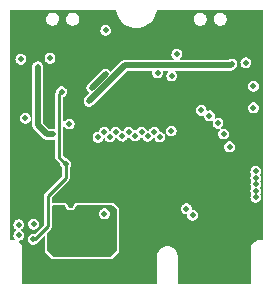
<source format=gbr>
G04 #@! TF.GenerationSoftware,KiCad,Pcbnew,(6.0.1)*
G04 #@! TF.CreationDate,2022-02-11T20:26:01+08:00*
G04 #@! TF.ProjectId,STM32_FOC_Board,53544d33-325f-4464-9f43-5f426f617264,rev?*
G04 #@! TF.SameCoordinates,Original*
G04 #@! TF.FileFunction,Copper,L2,Inr*
G04 #@! TF.FilePolarity,Positive*
%FSLAX46Y46*%
G04 Gerber Fmt 4.6, Leading zero omitted, Abs format (unit mm)*
G04 Created by KiCad (PCBNEW (6.0.1)) date 2022-02-11 20:26:01*
%MOMM*%
%LPD*%
G01*
G04 APERTURE LIST*
G04 #@! TA.AperFunction,ViaPad*
%ADD10C,0.508000*%
G04 #@! TD*
G04 #@! TA.AperFunction,Conductor*
%ADD11C,0.508000*%
G04 #@! TD*
G04 #@! TA.AperFunction,Conductor*
%ADD12C,0.254000*%
G04 #@! TD*
G04 APERTURE END LIST*
D10*
X133608600Y-55560400D03*
X134218200Y-55916000D03*
X132338600Y-71410000D03*
X144403600Y-73848400D03*
X125099600Y-72324400D03*
X125099600Y-73238800D03*
X131291060Y-60731400D03*
X137520200Y-71511600D03*
X138002800Y-73848400D03*
X142949080Y-65745800D03*
X130468403Y-73299003D03*
X130831871Y-72935535D03*
X128122200Y-72349800D03*
X127893600Y-73543600D03*
X139290300Y-70978200D03*
X139826100Y-71537000D03*
X136859800Y-59472000D03*
X138053600Y-59726000D03*
X125531400Y-69936800D03*
X125556800Y-69403400D03*
X129493800Y-70648000D03*
X129316000Y-69301800D03*
X137190000Y-55077800D03*
X135945400Y-55916000D03*
X136682000Y-55585800D03*
X137266200Y-54417400D03*
X135056400Y-56068400D03*
X132643400Y-54442800D03*
X126699800Y-58964000D03*
X143133600Y-58735400D03*
X126318800Y-73569000D03*
X126344200Y-72289387D03*
X131043200Y-61885000D03*
X127969800Y-64693800D03*
X125658400Y-63322200D03*
X132465600Y-55880000D03*
X125277400Y-58318400D03*
X138485400Y-57912000D03*
X127741200Y-58252800D03*
X129366800Y-63804800D03*
X144962400Y-62433200D03*
X144962400Y-60604400D03*
X144327400Y-58623200D03*
X145165600Y-70002403D03*
X145165600Y-69469003D03*
X145165600Y-68910203D03*
X145165600Y-68376803D03*
X145165600Y-67818000D03*
X131805200Y-64947800D03*
X132318512Y-64506002D03*
X132813050Y-64903527D03*
X133308309Y-64506901D03*
X133853097Y-64832170D03*
X134394833Y-64501843D03*
X134946607Y-64815114D03*
X135493840Y-64493975D03*
X136021600Y-64846200D03*
X136556284Y-64490600D03*
X137039592Y-64901705D03*
X138002800Y-64399600D03*
X140542800Y-62636900D03*
X141228600Y-63119000D03*
X141965146Y-63754500D03*
X142447300Y-64653600D03*
X132440200Y-59588400D03*
X128731800Y-61072200D03*
X129062000Y-67183000D03*
D11*
X134088946Y-58837000D02*
X143032000Y-58837000D01*
X131043200Y-61882746D02*
X134088946Y-58837000D01*
X131043200Y-61885000D02*
X131043200Y-61882746D01*
X143032000Y-58837000D02*
X143133600Y-58735400D01*
D12*
X128528600Y-61275400D02*
X128528600Y-66649600D01*
X128731800Y-61072200D02*
X128528600Y-61275400D01*
X128528600Y-66649600D02*
X129062000Y-67183000D01*
X127588800Y-69886000D02*
X129062000Y-68412800D01*
X127588800Y-72451400D02*
X127588800Y-69886000D01*
X126471200Y-73569000D02*
X127588800Y-72451400D01*
X126318800Y-73569000D02*
X126471200Y-73569000D01*
X129062000Y-68412800D02*
X129062000Y-67183000D01*
D11*
X127476600Y-64693800D02*
X126699800Y-63917000D01*
X126699800Y-63917000D02*
X126699800Y-58964000D01*
X127969800Y-64693800D02*
X127476600Y-64693800D01*
X131297200Y-60731400D02*
X132440200Y-59588400D01*
G04 #@! TA.AperFunction,Conductor*
G36*
X129028144Y-70717106D02*
G01*
X129045922Y-70753195D01*
X129048427Y-70772350D01*
X129101230Y-70892354D01*
X129104094Y-70895761D01*
X129182728Y-70989308D01*
X129182731Y-70989311D01*
X129185591Y-70992713D01*
X129294729Y-71065362D01*
X129419870Y-71104459D01*
X129424320Y-71104541D01*
X129424323Y-71104541D01*
X129546507Y-71106780D01*
X129546510Y-71106780D01*
X129550954Y-71106861D01*
X129677444Y-71072376D01*
X129688868Y-71065362D01*
X129785379Y-71006105D01*
X129785382Y-71006102D01*
X129789171Y-71003776D01*
X129877153Y-70906575D01*
X129934317Y-70788587D01*
X129940653Y-70750930D01*
X129966036Y-70710386D01*
X130002286Y-70698800D01*
X133023912Y-70698800D01*
X133068106Y-70717106D01*
X133387094Y-71036094D01*
X133405400Y-71080288D01*
X133405400Y-74533712D01*
X133387094Y-74577906D01*
X132941106Y-75023894D01*
X132896912Y-75042200D01*
X128021088Y-75042200D01*
X127976894Y-75023894D01*
X127530906Y-74577906D01*
X127512600Y-74533712D01*
X127512600Y-73021168D01*
X127530906Y-72976974D01*
X127810495Y-72697385D01*
X127814515Y-72693701D01*
X127841851Y-72670763D01*
X127846039Y-72667249D01*
X127848773Y-72662514D01*
X127866614Y-72631614D01*
X127869543Y-72627017D01*
X127890005Y-72597793D01*
X127893140Y-72593316D01*
X127894835Y-72586991D01*
X127901076Y-72571923D01*
X127904351Y-72566251D01*
X127911496Y-72525729D01*
X127912676Y-72520407D01*
X127921908Y-72485950D01*
X127923324Y-72480667D01*
X127919738Y-72439677D01*
X127919500Y-72434230D01*
X127919500Y-71404351D01*
X131876228Y-71404351D01*
X131876805Y-71408764D01*
X131876805Y-71408766D01*
X131878444Y-71421298D01*
X131893227Y-71534350D01*
X131946030Y-71654354D01*
X131948894Y-71657761D01*
X132027528Y-71751308D01*
X132027531Y-71751311D01*
X132030391Y-71754713D01*
X132139529Y-71827362D01*
X132264670Y-71866459D01*
X132269120Y-71866541D01*
X132269123Y-71866541D01*
X132391307Y-71868780D01*
X132391310Y-71868780D01*
X132395754Y-71868861D01*
X132522244Y-71834376D01*
X132533668Y-71827362D01*
X132630179Y-71768105D01*
X132630182Y-71768102D01*
X132633971Y-71765776D01*
X132721953Y-71668575D01*
X132779117Y-71550587D01*
X132800869Y-71421298D01*
X132801007Y-71410000D01*
X132782421Y-71280218D01*
X132728156Y-71160869D01*
X132642575Y-71061547D01*
X132532558Y-70990237D01*
X132406948Y-70952672D01*
X132341396Y-70952272D01*
X132280297Y-70951898D01*
X132280296Y-70951898D01*
X132275844Y-70951871D01*
X132149785Y-70987899D01*
X132038905Y-71057859D01*
X132035962Y-71061191D01*
X132035960Y-71061193D01*
X131995628Y-71106861D01*
X131952117Y-71156128D01*
X131896398Y-71274805D01*
X131876228Y-71404351D01*
X127919500Y-71404351D01*
X127919500Y-70761300D01*
X127937806Y-70717106D01*
X127982000Y-70698800D01*
X128983950Y-70698800D01*
X129028144Y-70717106D01*
G37*
G04 #@! TD.AperFunction*
G04 #@! TA.AperFunction,Conductor*
G36*
X145785894Y-54171106D02*
G01*
X145804200Y-54215300D01*
X145804200Y-73596500D01*
X145785894Y-73640694D01*
X145741700Y-73659000D01*
X145514371Y-73659000D01*
X145502178Y-73657799D01*
X145489237Y-73655225D01*
X145483199Y-73654024D01*
X145477162Y-73655225D01*
X145477159Y-73655225D01*
X145472981Y-73656056D01*
X145466914Y-73656956D01*
X145338442Y-73669609D01*
X145338438Y-73669610D01*
X145335390Y-73669910D01*
X145193261Y-73713025D01*
X145190549Y-73714475D01*
X145190548Y-73714475D01*
X145064985Y-73781589D01*
X145064982Y-73781591D01*
X145062273Y-73783039D01*
X144947462Y-73877262D01*
X144853239Y-73992073D01*
X144783225Y-74123061D01*
X144740110Y-74265190D01*
X144739810Y-74268238D01*
X144739809Y-74268242D01*
X144727156Y-74396714D01*
X144726256Y-74402781D01*
X144725425Y-74406959D01*
X144725425Y-74406962D01*
X144724224Y-74412999D01*
X144725425Y-74419037D01*
X144727999Y-74431978D01*
X144729200Y-74444171D01*
X144729200Y-77291100D01*
X144710894Y-77335294D01*
X144666700Y-77353600D01*
X138599700Y-77353600D01*
X138555506Y-77335294D01*
X138537200Y-77291100D01*
X138537200Y-75044172D01*
X138538401Y-75031979D01*
X138540975Y-75019038D01*
X138542176Y-75013000D01*
X138540975Y-75006963D01*
X138540975Y-75006740D01*
X138540203Y-75001537D01*
X138525144Y-74848639D01*
X138525143Y-74848635D01*
X138524843Y-74845587D01*
X138476011Y-74684607D01*
X138396711Y-74536247D01*
X138289991Y-74406209D01*
X138159953Y-74299489D01*
X138157244Y-74298041D01*
X138157241Y-74298039D01*
X138085773Y-74259839D01*
X138011593Y-74220189D01*
X137850613Y-74171357D01*
X137847565Y-74171057D01*
X137847561Y-74171056D01*
X137686256Y-74155169D01*
X137683200Y-74154868D01*
X137680144Y-74155169D01*
X137518839Y-74171056D01*
X137518835Y-74171057D01*
X137515787Y-74171357D01*
X137354807Y-74220189D01*
X137280627Y-74259839D01*
X137209159Y-74298039D01*
X137209156Y-74298041D01*
X137206447Y-74299489D01*
X137076409Y-74406209D01*
X136969689Y-74536247D01*
X136890389Y-74684607D01*
X136841557Y-74845587D01*
X136841257Y-74848635D01*
X136841256Y-74848639D01*
X136826197Y-75001537D01*
X136825425Y-75006740D01*
X136825425Y-75006963D01*
X136824224Y-75013000D01*
X136825425Y-75019038D01*
X136827999Y-75031979D01*
X136829200Y-75044172D01*
X136829200Y-77291100D01*
X136810894Y-77335294D01*
X136766700Y-77353600D01*
X125449700Y-77353600D01*
X125405506Y-77335294D01*
X125387200Y-77291100D01*
X125387200Y-74444171D01*
X125388401Y-74431978D01*
X125390975Y-74419037D01*
X125392176Y-74412999D01*
X125390975Y-74406962D01*
X125390975Y-74406959D01*
X125390144Y-74402781D01*
X125389244Y-74396714D01*
X125376591Y-74268242D01*
X125376590Y-74268238D01*
X125376290Y-74265190D01*
X125333175Y-74123061D01*
X125263161Y-73992073D01*
X125168938Y-73877262D01*
X125084403Y-73807886D01*
X125061854Y-73765699D01*
X125075740Y-73719923D01*
X125117927Y-73697374D01*
X125125198Y-73697083D01*
X125152307Y-73697580D01*
X125152310Y-73697580D01*
X125156754Y-73697661D01*
X125283244Y-73663176D01*
X125287036Y-73660848D01*
X125391179Y-73596905D01*
X125391182Y-73596902D01*
X125394971Y-73594576D01*
X125423234Y-73563351D01*
X125856428Y-73563351D01*
X125857005Y-73567764D01*
X125857005Y-73567766D01*
X125862133Y-73606978D01*
X125873427Y-73693350D01*
X125875220Y-73697425D01*
X125918015Y-73794683D01*
X125926230Y-73813354D01*
X125929094Y-73816761D01*
X126007728Y-73910308D01*
X126007731Y-73910311D01*
X126010591Y-73913713D01*
X126119729Y-73986362D01*
X126244870Y-74025459D01*
X126249320Y-74025541D01*
X126249323Y-74025541D01*
X126371507Y-74027780D01*
X126371510Y-74027780D01*
X126375954Y-74027861D01*
X126502444Y-73993376D01*
X126513868Y-73986362D01*
X126610379Y-73927105D01*
X126610382Y-73927102D01*
X126614171Y-73924776D01*
X126702153Y-73827575D01*
X126718090Y-73794680D01*
X126730141Y-73777739D01*
X127202706Y-73305174D01*
X127246900Y-73286868D01*
X127291094Y-73305174D01*
X127309400Y-73349368D01*
X127309400Y-74533712D01*
X127309999Y-74536722D01*
X127309999Y-74536725D01*
X127310444Y-74538959D01*
X127324868Y-74611474D01*
X127343174Y-74655668D01*
X127344880Y-74658221D01*
X127344881Y-74658223D01*
X127364476Y-74687548D01*
X127387222Y-74721590D01*
X127833210Y-75167578D01*
X127899132Y-75211626D01*
X127943326Y-75229932D01*
X127946331Y-75230530D01*
X127946335Y-75230531D01*
X128018075Y-75244801D01*
X128018078Y-75244801D01*
X128021088Y-75245400D01*
X132896912Y-75245400D01*
X132899922Y-75244801D01*
X132899925Y-75244801D01*
X132971665Y-75230531D01*
X132971669Y-75230530D01*
X132974674Y-75229932D01*
X133018868Y-75211626D01*
X133084790Y-75167578D01*
X133530778Y-74721590D01*
X133553524Y-74687548D01*
X133573119Y-74658223D01*
X133573120Y-74658221D01*
X133574826Y-74655668D01*
X133593132Y-74611474D01*
X133607557Y-74538959D01*
X133608001Y-74536725D01*
X133608001Y-74536722D01*
X133608600Y-74533712D01*
X133608600Y-71080288D01*
X133604681Y-71060586D01*
X133593731Y-71005535D01*
X133593730Y-71005531D01*
X133593132Y-71002526D01*
X133580716Y-70972551D01*
X138827928Y-70972551D01*
X138828505Y-70976964D01*
X138828505Y-70976966D01*
X138832241Y-71005535D01*
X138844927Y-71102550D01*
X138846720Y-71106625D01*
X138884251Y-71191920D01*
X138897730Y-71222554D01*
X138900594Y-71225961D01*
X138979228Y-71319508D01*
X138979231Y-71319511D01*
X138982091Y-71322913D01*
X139091229Y-71395562D01*
X139216370Y-71434659D01*
X139220820Y-71434741D01*
X139220823Y-71434741D01*
X139306687Y-71436314D01*
X139350538Y-71455427D01*
X139368032Y-71499949D01*
X139367298Y-71508418D01*
X139364740Y-71524850D01*
X139363728Y-71531351D01*
X139364305Y-71535764D01*
X139364305Y-71535766D01*
X139365944Y-71548298D01*
X139380727Y-71661350D01*
X139433530Y-71781354D01*
X139436394Y-71784761D01*
X139515028Y-71878308D01*
X139515031Y-71878311D01*
X139517891Y-71881713D01*
X139627029Y-71954362D01*
X139752170Y-71993459D01*
X139756620Y-71993541D01*
X139756623Y-71993541D01*
X139878807Y-71995780D01*
X139878810Y-71995780D01*
X139883254Y-71995861D01*
X140009744Y-71961376D01*
X140021168Y-71954362D01*
X140117679Y-71895105D01*
X140117682Y-71895102D01*
X140121471Y-71892776D01*
X140209453Y-71795575D01*
X140266617Y-71677587D01*
X140288369Y-71548298D01*
X140288507Y-71537000D01*
X140269921Y-71407218D01*
X140242788Y-71347543D01*
X140217500Y-71291924D01*
X140217499Y-71291922D01*
X140215656Y-71287869D01*
X140130075Y-71188547D01*
X140020058Y-71117237D01*
X139894448Y-71079672D01*
X139841692Y-71079350D01*
X139810995Y-71079162D01*
X139766914Y-71060586D01*
X139748878Y-71016281D01*
X139749743Y-71006293D01*
X139752170Y-70991871D01*
X139752170Y-70991868D01*
X139752569Y-70989498D01*
X139752707Y-70978200D01*
X139734121Y-70848418D01*
X139701052Y-70775686D01*
X139681700Y-70733124D01*
X139681699Y-70733122D01*
X139679856Y-70729069D01*
X139674678Y-70723059D01*
X139656011Y-70701395D01*
X139594275Y-70629747D01*
X139484258Y-70558437D01*
X139358648Y-70520872D01*
X139293096Y-70520472D01*
X139231997Y-70520098D01*
X139231996Y-70520098D01*
X139227544Y-70520071D01*
X139101485Y-70556099D01*
X138990605Y-70626059D01*
X138987662Y-70629391D01*
X138987660Y-70629393D01*
X138920875Y-70705013D01*
X138903817Y-70724328D01*
X138848098Y-70843005D01*
X138827928Y-70972551D01*
X133580716Y-70972551D01*
X133574826Y-70958332D01*
X133530778Y-70892410D01*
X133211790Y-70573422D01*
X133192987Y-70560858D01*
X133148423Y-70531081D01*
X133148421Y-70531080D01*
X133145868Y-70529374D01*
X133142624Y-70528030D01*
X133114136Y-70516230D01*
X133101674Y-70511068D01*
X133098669Y-70510470D01*
X133098665Y-70510469D01*
X133026925Y-70496199D01*
X133026922Y-70496199D01*
X133023912Y-70495600D01*
X130002286Y-70495600D01*
X129940423Y-70505246D01*
X129904173Y-70516832D01*
X129902385Y-70517665D01*
X129902380Y-70517667D01*
X129880138Y-70528030D01*
X129857646Y-70538509D01*
X129853766Y-70542402D01*
X129796281Y-70600074D01*
X129796277Y-70600078D01*
X129793805Y-70602559D01*
X129791946Y-70605529D01*
X129791944Y-70605531D01*
X129776784Y-70629747D01*
X129768422Y-70643103D01*
X129767334Y-70645966D01*
X129767332Y-70645971D01*
X129741358Y-70714349D01*
X129740270Y-70717214D01*
X129739761Y-70720239D01*
X129738958Y-70723200D01*
X129738438Y-70723059D01*
X129734861Y-70734226D01*
X129710874Y-70783737D01*
X129700969Y-70798422D01*
X129680746Y-70820764D01*
X129664056Y-70839202D01*
X129650421Y-70850522D01*
X129603547Y-70879302D01*
X129587285Y-70886339D01*
X129534218Y-70900807D01*
X129516634Y-70902998D01*
X129482823Y-70902379D01*
X129461640Y-70901991D01*
X129444146Y-70899157D01*
X129391644Y-70882753D01*
X129375651Y-70875125D01*
X129329863Y-70844647D01*
X129316654Y-70832837D01*
X129281256Y-70790725D01*
X129271896Y-70775686D01*
X129242317Y-70708462D01*
X129239704Y-70701395D01*
X129228950Y-70665861D01*
X129228949Y-70665859D01*
X129228205Y-70663400D01*
X129210427Y-70627311D01*
X129179659Y-70581705D01*
X129105906Y-70529374D01*
X129102664Y-70528031D01*
X129102662Y-70528030D01*
X129074174Y-70516230D01*
X129061712Y-70511068D01*
X129058707Y-70510470D01*
X129058703Y-70510469D01*
X128986963Y-70496199D01*
X128986960Y-70496199D01*
X128983950Y-70495600D01*
X127982000Y-70495600D01*
X127937806Y-70477294D01*
X127919500Y-70433100D01*
X127919500Y-70048868D01*
X127937806Y-70004674D01*
X127945726Y-69996754D01*
X144703228Y-69996754D01*
X144703805Y-70001167D01*
X144703805Y-70001169D01*
X144705444Y-70013701D01*
X144720227Y-70126753D01*
X144773030Y-70246757D01*
X144775894Y-70250164D01*
X144854528Y-70343711D01*
X144854531Y-70343714D01*
X144857391Y-70347116D01*
X144966529Y-70419765D01*
X145091670Y-70458862D01*
X145096120Y-70458944D01*
X145096123Y-70458944D01*
X145218307Y-70461183D01*
X145218310Y-70461183D01*
X145222754Y-70461264D01*
X145349244Y-70426779D01*
X145360668Y-70419765D01*
X145457179Y-70360508D01*
X145457182Y-70360505D01*
X145460971Y-70358179D01*
X145548953Y-70260978D01*
X145606117Y-70142990D01*
X145627869Y-70013701D01*
X145628007Y-70002403D01*
X145609421Y-69872621D01*
X145581708Y-69811670D01*
X145558272Y-69760124D01*
X145556644Y-69712316D01*
X145558921Y-69707004D01*
X145578478Y-69666637D01*
X145606117Y-69609590D01*
X145627869Y-69480301D01*
X145628007Y-69469003D01*
X145609421Y-69339221D01*
X145555156Y-69219872D01*
X145555565Y-69219686D01*
X145547669Y-69175357D01*
X145552465Y-69161529D01*
X145604175Y-69054798D01*
X145606117Y-69050790D01*
X145627869Y-68921501D01*
X145628007Y-68910203D01*
X145609421Y-68780421D01*
X145560002Y-68671730D01*
X145558272Y-68667924D01*
X145556644Y-68620116D01*
X145558921Y-68614804D01*
X145588032Y-68554717D01*
X145606117Y-68517390D01*
X145627869Y-68388101D01*
X145628007Y-68376803D01*
X145609421Y-68247021D01*
X145555156Y-68127672D01*
X145555564Y-68127486D01*
X145547668Y-68083159D01*
X145552464Y-68069328D01*
X145604175Y-67962595D01*
X145606117Y-67958587D01*
X145627869Y-67829298D01*
X145628007Y-67818000D01*
X145609421Y-67688218D01*
X145555156Y-67568869D01*
X145469575Y-67469547D01*
X145359558Y-67398237D01*
X145233948Y-67360672D01*
X145168396Y-67360271D01*
X145107297Y-67359898D01*
X145107296Y-67359898D01*
X145102844Y-67359871D01*
X144976785Y-67395899D01*
X144865905Y-67465859D01*
X144862962Y-67469191D01*
X144862960Y-67469193D01*
X144814790Y-67523736D01*
X144779117Y-67564128D01*
X144723398Y-67682805D01*
X144703228Y-67812351D01*
X144703805Y-67816764D01*
X144703805Y-67816766D01*
X144705444Y-67829298D01*
X144720227Y-67942350D01*
X144773030Y-68062354D01*
X144775149Y-68064875D01*
X144782894Y-68111644D01*
X144778595Y-68124042D01*
X144723398Y-68241608D01*
X144703228Y-68371154D01*
X144703805Y-68375567D01*
X144703805Y-68375569D01*
X144707142Y-68401088D01*
X144720227Y-68501153D01*
X144722020Y-68505228D01*
X144772519Y-68619996D01*
X144771887Y-68671730D01*
X144723398Y-68775008D01*
X144703228Y-68904554D01*
X144703805Y-68908967D01*
X144703805Y-68908969D01*
X144705444Y-68921501D01*
X144720227Y-69034553D01*
X144773030Y-69154557D01*
X144775149Y-69157078D01*
X144782893Y-69203848D01*
X144778594Y-69216245D01*
X144723398Y-69333808D01*
X144703228Y-69463354D01*
X144703805Y-69467767D01*
X144703805Y-69467769D01*
X144705444Y-69480301D01*
X144720227Y-69593353D01*
X144722020Y-69597428D01*
X144772519Y-69712196D01*
X144771887Y-69763930D01*
X144768498Y-69771149D01*
X144723398Y-69867208D01*
X144703228Y-69996754D01*
X127945726Y-69996754D01*
X129283695Y-68658785D01*
X129287715Y-68655101D01*
X129315049Y-68632165D01*
X129315049Y-68632164D01*
X129319239Y-68628649D01*
X129339806Y-68593027D01*
X129342734Y-68588429D01*
X129363206Y-68559193D01*
X129363206Y-68559192D01*
X129366340Y-68554717D01*
X129368036Y-68548389D01*
X129374276Y-68533324D01*
X129374817Y-68532387D01*
X129374817Y-68532386D01*
X129377551Y-68527651D01*
X129384696Y-68487131D01*
X129385875Y-68481810D01*
X129395109Y-68447346D01*
X129395109Y-68447344D01*
X129396523Y-68442067D01*
X129392938Y-68401088D01*
X129392700Y-68395641D01*
X129392700Y-67523830D01*
X129408863Y-67481888D01*
X129442366Y-67444875D01*
X129445353Y-67441575D01*
X129502517Y-67323587D01*
X129524269Y-67194298D01*
X129524407Y-67183000D01*
X129505821Y-67053218D01*
X129451556Y-66933869D01*
X129365975Y-66834547D01*
X129255958Y-66763237D01*
X129130348Y-66725672D01*
X129099136Y-66725481D01*
X129097660Y-66725472D01*
X129053848Y-66707167D01*
X128877606Y-66530926D01*
X128859300Y-66486732D01*
X128859300Y-65740151D01*
X142486708Y-65740151D01*
X142487285Y-65744564D01*
X142487285Y-65744566D01*
X142488924Y-65757098D01*
X142503707Y-65870150D01*
X142556510Y-65990154D01*
X142559374Y-65993561D01*
X142638008Y-66087108D01*
X142638011Y-66087111D01*
X142640871Y-66090513D01*
X142750009Y-66163162D01*
X142875150Y-66202259D01*
X142879600Y-66202341D01*
X142879603Y-66202341D01*
X143001787Y-66204580D01*
X143001790Y-66204580D01*
X143006234Y-66204661D01*
X143132724Y-66170176D01*
X143144148Y-66163162D01*
X143240659Y-66103905D01*
X143240662Y-66103902D01*
X143244451Y-66101576D01*
X143332433Y-66004375D01*
X143389597Y-65886387D01*
X143411349Y-65757098D01*
X143411487Y-65745800D01*
X143392901Y-65616018D01*
X143338636Y-65496669D01*
X143253055Y-65397347D01*
X143143038Y-65326037D01*
X143017428Y-65288472D01*
X142951876Y-65288071D01*
X142890777Y-65287698D01*
X142890776Y-65287698D01*
X142886324Y-65287671D01*
X142760265Y-65323699D01*
X142649385Y-65393659D01*
X142646442Y-65396991D01*
X142646440Y-65396993D01*
X142637902Y-65406661D01*
X142562597Y-65491928D01*
X142506878Y-65610605D01*
X142486708Y-65740151D01*
X128859300Y-65740151D01*
X128859300Y-64942151D01*
X131342828Y-64942151D01*
X131343405Y-64946564D01*
X131343405Y-64946566D01*
X131346671Y-64971539D01*
X131359827Y-65072150D01*
X131361620Y-65076225D01*
X131410586Y-65187508D01*
X131412630Y-65192154D01*
X131415494Y-65195561D01*
X131494128Y-65289108D01*
X131494131Y-65289111D01*
X131496991Y-65292513D01*
X131606129Y-65365162D01*
X131731270Y-65404259D01*
X131735720Y-65404341D01*
X131735723Y-65404341D01*
X131857907Y-65406580D01*
X131857910Y-65406580D01*
X131862354Y-65406661D01*
X131988844Y-65372176D01*
X132000268Y-65365162D01*
X132096779Y-65305905D01*
X132096782Y-65305902D01*
X132100571Y-65303576D01*
X132188553Y-65206375D01*
X132219791Y-65141898D01*
X132243775Y-65092396D01*
X132243776Y-65092394D01*
X132245717Y-65088387D01*
X132247861Y-65075648D01*
X132252143Y-65050194D01*
X132277528Y-65009650D01*
X132324147Y-64998930D01*
X132364691Y-65024315D01*
X132370983Y-65035389D01*
X132385549Y-65068494D01*
X132418087Y-65142442D01*
X132420480Y-65147881D01*
X132429066Y-65158095D01*
X132501978Y-65244835D01*
X132501981Y-65244838D01*
X132504841Y-65248240D01*
X132613979Y-65320889D01*
X132739120Y-65359986D01*
X132743570Y-65360068D01*
X132743573Y-65360068D01*
X132865757Y-65362307D01*
X132865760Y-65362307D01*
X132870204Y-65362388D01*
X132996694Y-65327903D01*
X133008118Y-65320889D01*
X133104629Y-65261632D01*
X133104632Y-65261629D01*
X133108421Y-65259303D01*
X133186340Y-65173219D01*
X133193416Y-65165402D01*
X133196403Y-65162102D01*
X133237161Y-65077976D01*
X133251625Y-65048123D01*
X133251626Y-65048121D01*
X133253567Y-65044114D01*
X133254613Y-65037901D01*
X133258118Y-65017065D01*
X133283503Y-64976521D01*
X133320896Y-64964945D01*
X133365463Y-64965762D01*
X133365464Y-64965762D01*
X133365457Y-64966139D01*
X133409045Y-64978141D01*
X133427863Y-65002290D01*
X133458080Y-65070962D01*
X133460527Y-65076524D01*
X133463391Y-65079931D01*
X133542025Y-65173478D01*
X133542028Y-65173481D01*
X133544888Y-65176883D01*
X133654026Y-65249532D01*
X133779167Y-65288629D01*
X133783617Y-65288711D01*
X133783620Y-65288711D01*
X133905804Y-65290950D01*
X133905807Y-65290950D01*
X133910251Y-65291031D01*
X134024769Y-65259810D01*
X134032446Y-65257717D01*
X134036741Y-65256546D01*
X134040533Y-65254218D01*
X134144676Y-65190275D01*
X134144679Y-65190272D01*
X134148468Y-65187946D01*
X134236450Y-65090745D01*
X134283368Y-64993905D01*
X134319111Y-64962115D01*
X134340759Y-64958666D01*
X134447540Y-64960623D01*
X134447543Y-64960623D01*
X134451987Y-64960704D01*
X134456280Y-64959534D01*
X134460698Y-64958983D01*
X134461037Y-64961706D01*
X134499820Y-64966654D01*
X134525993Y-64995733D01*
X134541607Y-65031218D01*
X134554037Y-65059468D01*
X134560985Y-65067734D01*
X134635535Y-65156422D01*
X134635538Y-65156425D01*
X134638398Y-65159827D01*
X134747536Y-65232476D01*
X134872677Y-65271573D01*
X134877127Y-65271655D01*
X134877130Y-65271655D01*
X134999314Y-65273894D01*
X134999317Y-65273894D01*
X135003761Y-65273975D01*
X135130251Y-65239490D01*
X135141675Y-65232476D01*
X135238186Y-65173219D01*
X135238189Y-65173216D01*
X135241978Y-65170890D01*
X135329960Y-65073689D01*
X135342347Y-65048123D01*
X135362717Y-65006077D01*
X135372514Y-64985856D01*
X135408257Y-64954066D01*
X135429904Y-64950617D01*
X135476513Y-64951471D01*
X135528610Y-64952426D01*
X135572462Y-64971539D01*
X135584672Y-64989744D01*
X135626144Y-65083996D01*
X135629030Y-65090554D01*
X135631894Y-65093961D01*
X135710528Y-65187508D01*
X135710531Y-65187511D01*
X135713391Y-65190913D01*
X135822529Y-65263562D01*
X135947670Y-65302659D01*
X135952120Y-65302741D01*
X135952123Y-65302741D01*
X136074307Y-65304980D01*
X136074310Y-65304980D01*
X136078754Y-65305061D01*
X136205244Y-65270576D01*
X136219811Y-65261632D01*
X136313179Y-65204305D01*
X136313182Y-65204302D01*
X136316971Y-65201976D01*
X136404953Y-65104775D01*
X136462117Y-64986787D01*
X136463313Y-64987366D01*
X136490902Y-64954715D01*
X136520713Y-64947762D01*
X136523224Y-64947808D01*
X136530287Y-64947937D01*
X136574139Y-64967048D01*
X136591115Y-65002321D01*
X136594219Y-65026055D01*
X136596012Y-65030130D01*
X136638970Y-65127759D01*
X136647022Y-65146059D01*
X136652504Y-65152580D01*
X136728520Y-65243013D01*
X136728523Y-65243016D01*
X136731383Y-65246418D01*
X136840521Y-65319067D01*
X136965662Y-65358164D01*
X136970112Y-65358246D01*
X136970115Y-65358246D01*
X137092299Y-65360485D01*
X137092302Y-65360485D01*
X137096746Y-65360566D01*
X137223236Y-65326081D01*
X137227116Y-65323699D01*
X137331171Y-65259810D01*
X137331174Y-65259807D01*
X137334963Y-65257481D01*
X137422945Y-65160280D01*
X137480109Y-65042292D01*
X137487094Y-65000778D01*
X137494125Y-64958983D01*
X137501861Y-64913003D01*
X137501999Y-64901705D01*
X137483413Y-64771923D01*
X137435832Y-64667274D01*
X137430992Y-64656629D01*
X137430991Y-64656627D01*
X137429148Y-64652574D01*
X137343567Y-64553252D01*
X137233550Y-64481942D01*
X137107940Y-64444377D01*
X137065840Y-64444120D01*
X137021759Y-64425545D01*
X137006076Y-64393951D01*
X137540428Y-64393951D01*
X137541005Y-64398364D01*
X137541005Y-64398366D01*
X137542644Y-64410898D01*
X137557427Y-64523950D01*
X137559220Y-64528025D01*
X137590447Y-64598993D01*
X137610230Y-64643954D01*
X137613094Y-64647361D01*
X137691728Y-64740908D01*
X137691731Y-64740911D01*
X137694591Y-64744313D01*
X137803729Y-64816962D01*
X137928870Y-64856059D01*
X137933320Y-64856141D01*
X137933323Y-64856141D01*
X138055507Y-64858380D01*
X138055510Y-64858380D01*
X138059954Y-64858461D01*
X138186444Y-64823976D01*
X138195705Y-64818290D01*
X138294379Y-64757705D01*
X138294382Y-64757702D01*
X138298171Y-64755376D01*
X138386153Y-64658175D01*
X138443317Y-64540187D01*
X138465069Y-64410898D01*
X138465207Y-64399600D01*
X138446621Y-64269818D01*
X138415294Y-64200918D01*
X138394200Y-64154524D01*
X138394199Y-64154522D01*
X138392356Y-64150469D01*
X138386007Y-64143100D01*
X138335772Y-64084800D01*
X138306775Y-64051147D01*
X138196758Y-63979837D01*
X138071148Y-63942272D01*
X138005596Y-63941872D01*
X137944497Y-63941498D01*
X137944496Y-63941498D01*
X137940044Y-63941471D01*
X137813985Y-63977499D01*
X137703105Y-64047459D01*
X137700162Y-64050791D01*
X137700160Y-64050793D01*
X137619264Y-64142391D01*
X137616317Y-64145728D01*
X137560598Y-64264405D01*
X137559913Y-64268803D01*
X137559913Y-64268804D01*
X137556823Y-64288652D01*
X137540428Y-64393951D01*
X137006076Y-64393951D01*
X137004353Y-64390481D01*
X137002439Y-64377119D01*
X137000105Y-64360818D01*
X136964953Y-64283505D01*
X136947684Y-64245524D01*
X136947683Y-64245522D01*
X136945840Y-64241469D01*
X136860259Y-64142147D01*
X136750242Y-64070837D01*
X136624632Y-64033272D01*
X136559080Y-64032872D01*
X136497981Y-64032498D01*
X136497980Y-64032498D01*
X136493528Y-64032471D01*
X136367469Y-64068499D01*
X136256589Y-64138459D01*
X136253646Y-64141791D01*
X136253644Y-64141793D01*
X136190438Y-64213361D01*
X136169801Y-64236728D01*
X136162148Y-64253029D01*
X136115332Y-64352742D01*
X136079979Y-64384967D01*
X136058375Y-64388679D01*
X136016951Y-64388426D01*
X135988458Y-64388252D01*
X135944377Y-64369676D01*
X135931945Y-64351622D01*
X135885240Y-64248899D01*
X135885239Y-64248897D01*
X135883396Y-64244844D01*
X135873528Y-64233391D01*
X135841544Y-64196272D01*
X135797815Y-64145522D01*
X135687798Y-64074212D01*
X135562188Y-64036647D01*
X135496636Y-64036247D01*
X135435537Y-64035873D01*
X135435536Y-64035873D01*
X135431084Y-64035846D01*
X135305025Y-64071874D01*
X135194145Y-64141834D01*
X135191202Y-64145166D01*
X135191200Y-64145168D01*
X135110893Y-64236099D01*
X135107357Y-64240103D01*
X135078551Y-64301459D01*
X135068986Y-64321831D01*
X135033634Y-64354056D01*
X135012029Y-64357768D01*
X134888301Y-64357012D01*
X134888300Y-64357012D01*
X134883851Y-64356985D01*
X134880783Y-64357862D01*
X134834965Y-64345840D01*
X134815859Y-64321927D01*
X134786233Y-64256767D01*
X134786232Y-64256765D01*
X134784389Y-64252712D01*
X134778196Y-64245524D01*
X134759210Y-64223490D01*
X134698808Y-64153390D01*
X134588791Y-64082080D01*
X134463181Y-64044515D01*
X134397629Y-64044115D01*
X134336530Y-64043741D01*
X134336529Y-64043741D01*
X134332077Y-64043714D01*
X134206018Y-64079742D01*
X134095138Y-64149702D01*
X134092195Y-64153034D01*
X134092193Y-64153036D01*
X134011402Y-64244515D01*
X134008350Y-64247971D01*
X133990404Y-64286194D01*
X133965693Y-64338827D01*
X133930340Y-64371052D01*
X133908737Y-64374764D01*
X133858143Y-64374455D01*
X133790589Y-64374043D01*
X133746508Y-64355468D01*
X133734076Y-64337412D01*
X133727036Y-64321927D01*
X133709288Y-64282893D01*
X133699710Y-64261827D01*
X133699709Y-64261825D01*
X133697865Y-64257770D01*
X133612284Y-64158448D01*
X133502267Y-64087138D01*
X133376657Y-64049573D01*
X133311105Y-64049173D01*
X133250006Y-64048799D01*
X133250005Y-64048799D01*
X133245553Y-64048772D01*
X133119494Y-64084800D01*
X133008614Y-64154760D01*
X133005671Y-64158092D01*
X133005669Y-64158094D01*
X132935016Y-64238094D01*
X132921826Y-64253029D01*
X132907383Y-64283791D01*
X132869830Y-64363776D01*
X132834477Y-64396001D01*
X132786693Y-64393789D01*
X132756360Y-64363083D01*
X132709912Y-64260926D01*
X132709911Y-64260924D01*
X132708068Y-64256871D01*
X132622487Y-64157549D01*
X132512470Y-64086239D01*
X132386860Y-64048674D01*
X132321308Y-64048274D01*
X132260209Y-64047900D01*
X132260208Y-64047900D01*
X132255756Y-64047873D01*
X132129697Y-64083901D01*
X132018817Y-64153861D01*
X132015874Y-64157193D01*
X132015872Y-64157195D01*
X131944425Y-64238094D01*
X131932029Y-64252130D01*
X131876310Y-64370807D01*
X131875625Y-64375205D01*
X131875625Y-64375206D01*
X131865979Y-64437162D01*
X131841092Y-64478014D01*
X131803841Y-64490046D01*
X131746897Y-64489698D01*
X131746896Y-64489698D01*
X131742444Y-64489671D01*
X131616385Y-64525699D01*
X131505505Y-64595659D01*
X131502562Y-64598991D01*
X131502560Y-64598993D01*
X131444355Y-64664898D01*
X131418717Y-64693928D01*
X131362998Y-64812605D01*
X131362313Y-64817003D01*
X131362313Y-64817004D01*
X131361045Y-64825147D01*
X131342828Y-64942151D01*
X128859300Y-64942151D01*
X128859300Y-64082001D01*
X128877606Y-64037807D01*
X128921800Y-64019501D01*
X128965994Y-64037807D01*
X128973268Y-64046968D01*
X128974230Y-64049154D01*
X128977091Y-64052558D01*
X128977092Y-64052559D01*
X129055728Y-64146108D01*
X129055731Y-64146111D01*
X129058591Y-64149513D01*
X129167729Y-64222162D01*
X129292870Y-64261259D01*
X129297320Y-64261341D01*
X129297323Y-64261341D01*
X129419507Y-64263580D01*
X129419510Y-64263580D01*
X129423954Y-64263661D01*
X129533447Y-64233810D01*
X129546149Y-64230347D01*
X129550444Y-64229176D01*
X129561868Y-64222162D01*
X129658379Y-64162905D01*
X129658382Y-64162902D01*
X129662171Y-64160576D01*
X129742460Y-64071874D01*
X129747166Y-64066675D01*
X129750153Y-64063375D01*
X129807317Y-63945387D01*
X129829069Y-63816098D01*
X129829207Y-63804800D01*
X129810621Y-63675018D01*
X129769727Y-63585076D01*
X129758200Y-63559724D01*
X129758199Y-63559722D01*
X129756356Y-63555669D01*
X129670775Y-63456347D01*
X129560758Y-63385037D01*
X129435148Y-63347472D01*
X129369596Y-63347071D01*
X129308497Y-63346698D01*
X129308496Y-63346698D01*
X129304044Y-63346671D01*
X129177985Y-63382699D01*
X129067105Y-63452659D01*
X129064162Y-63455991D01*
X129064160Y-63455993D01*
X129001916Y-63526472D01*
X128980317Y-63550928D01*
X128978426Y-63554957D01*
X128978424Y-63554959D01*
X128978374Y-63555066D01*
X128978324Y-63555112D01*
X128975980Y-63558680D01*
X128975067Y-63558080D01*
X128943021Y-63587289D01*
X128895236Y-63585076D01*
X128863013Y-63549723D01*
X128859300Y-63528502D01*
X128859300Y-62631251D01*
X140080428Y-62631251D01*
X140081005Y-62635664D01*
X140081005Y-62635666D01*
X140082644Y-62648198D01*
X140097427Y-62761250D01*
X140099220Y-62765325D01*
X140147005Y-62873924D01*
X140150230Y-62881254D01*
X140153094Y-62884661D01*
X140231728Y-62978208D01*
X140231731Y-62978211D01*
X140234591Y-62981613D01*
X140343729Y-63054262D01*
X140468870Y-63093359D01*
X140473320Y-63093441D01*
X140473323Y-63093441D01*
X140595507Y-63095680D01*
X140595510Y-63095680D01*
X140599954Y-63095761D01*
X140608765Y-63093359D01*
X140622429Y-63089634D01*
X140689162Y-63071440D01*
X140736614Y-63077477D01*
X140765900Y-63115299D01*
X140767572Y-63123632D01*
X140783227Y-63243350D01*
X140785020Y-63247425D01*
X140831605Y-63353297D01*
X140836030Y-63363354D01*
X140838894Y-63366761D01*
X140917528Y-63460308D01*
X140917531Y-63460311D01*
X140920391Y-63463713D01*
X141029529Y-63536362D01*
X141154670Y-63575459D01*
X141159120Y-63575541D01*
X141159123Y-63575541D01*
X141281307Y-63577780D01*
X141281310Y-63577780D01*
X141285754Y-63577861D01*
X141391426Y-63549052D01*
X141407949Y-63544547D01*
X141412244Y-63543376D01*
X141439775Y-63526472D01*
X141487014Y-63518948D01*
X141525739Y-63547031D01*
X141533263Y-63594271D01*
X141529051Y-63606297D01*
X141522944Y-63619305D01*
X141502774Y-63748851D01*
X141503351Y-63753264D01*
X141503351Y-63753266D01*
X141504990Y-63765798D01*
X141519773Y-63878850D01*
X141521566Y-63882925D01*
X141570071Y-63993160D01*
X141572576Y-63998854D01*
X141575440Y-64002261D01*
X141654074Y-64095808D01*
X141654077Y-64095811D01*
X141656937Y-64099213D01*
X141766075Y-64171862D01*
X141891216Y-64210959D01*
X141895666Y-64211041D01*
X141895669Y-64211041D01*
X142017853Y-64213280D01*
X142017856Y-64213280D01*
X142022300Y-64213361D01*
X142067941Y-64200918D01*
X142090085Y-64194881D01*
X142137538Y-64200918D01*
X142166823Y-64238741D01*
X142160786Y-64286194D01*
X142148694Y-64300772D01*
X142147605Y-64301459D01*
X142144656Y-64304798D01*
X142144655Y-64304799D01*
X142063764Y-64396391D01*
X142060817Y-64399728D01*
X142005098Y-64518405D01*
X142004413Y-64522803D01*
X142004413Y-64522804D01*
X141999672Y-64553252D01*
X141984928Y-64647951D01*
X141985505Y-64652364D01*
X141985505Y-64652366D01*
X141987144Y-64664898D01*
X142001927Y-64777950D01*
X142003720Y-64782025D01*
X142037353Y-64858461D01*
X142054730Y-64897954D01*
X142057594Y-64901361D01*
X142136228Y-64994908D01*
X142136231Y-64994911D01*
X142139091Y-64998313D01*
X142248229Y-65070962D01*
X142373370Y-65110059D01*
X142377820Y-65110141D01*
X142377823Y-65110141D01*
X142500007Y-65112380D01*
X142500010Y-65112380D01*
X142504454Y-65112461D01*
X142630944Y-65077976D01*
X142634736Y-65075648D01*
X142738879Y-65011705D01*
X142738882Y-65011702D01*
X142742671Y-65009376D01*
X142830653Y-64912175D01*
X142887817Y-64794187D01*
X142909569Y-64664898D01*
X142909707Y-64653600D01*
X142891121Y-64523818D01*
X142846439Y-64425545D01*
X142838700Y-64408524D01*
X142838699Y-64408522D01*
X142836856Y-64404469D01*
X142751275Y-64305147D01*
X142641258Y-64233837D01*
X142515648Y-64196272D01*
X142450096Y-64195871D01*
X142388997Y-64195498D01*
X142388996Y-64195498D01*
X142384544Y-64195471D01*
X142323194Y-64213005D01*
X142275671Y-64207548D01*
X142245925Y-64170086D01*
X142251382Y-64122563D01*
X142261121Y-64110823D01*
X142260517Y-64110276D01*
X142345512Y-64016375D01*
X142348499Y-64013075D01*
X142405663Y-63895087D01*
X142427415Y-63765798D01*
X142427553Y-63754500D01*
X142408967Y-63624718D01*
X142354702Y-63505369D01*
X142269121Y-63406047D01*
X142159104Y-63334737D01*
X142033494Y-63297172D01*
X141967942Y-63296771D01*
X141906843Y-63296398D01*
X141906842Y-63296398D01*
X141902390Y-63296371D01*
X141776331Y-63332399D01*
X141756049Y-63345196D01*
X141708904Y-63353297D01*
X141669840Y-63325689D01*
X141661739Y-63278544D01*
X141666453Y-63265085D01*
X141667176Y-63263593D01*
X141669117Y-63259587D01*
X141690869Y-63130298D01*
X141690937Y-63124733D01*
X141690978Y-63121414D01*
X141690978Y-63121408D01*
X141691007Y-63119000D01*
X141672421Y-62989218D01*
X141628246Y-62892061D01*
X141620000Y-62873924D01*
X141619999Y-62873922D01*
X141618156Y-62869869D01*
X141532575Y-62770547D01*
X141422558Y-62699237D01*
X141296948Y-62661672D01*
X141231396Y-62661271D01*
X141170297Y-62660898D01*
X141170296Y-62660898D01*
X141165844Y-62660871D01*
X141083707Y-62684346D01*
X141036185Y-62678889D01*
X141006439Y-62641427D01*
X141004666Y-62633119D01*
X140986621Y-62507118D01*
X140950444Y-62427551D01*
X144500028Y-62427551D01*
X144500605Y-62431964D01*
X144500605Y-62431966D01*
X144502244Y-62444498D01*
X144517027Y-62557550D01*
X144518820Y-62561625D01*
X144562842Y-62661672D01*
X144569830Y-62677554D01*
X144572694Y-62680961D01*
X144651328Y-62774508D01*
X144651331Y-62774511D01*
X144654191Y-62777913D01*
X144763329Y-62850562D01*
X144888470Y-62889659D01*
X144892920Y-62889741D01*
X144892923Y-62889741D01*
X145015107Y-62891980D01*
X145015110Y-62891980D01*
X145019554Y-62892061D01*
X145146044Y-62857576D01*
X145157468Y-62850562D01*
X145253979Y-62791305D01*
X145253982Y-62791302D01*
X145257771Y-62788976D01*
X145345753Y-62691775D01*
X145402917Y-62573787D01*
X145424669Y-62444498D01*
X145424807Y-62433200D01*
X145406221Y-62303418D01*
X145367099Y-62217374D01*
X145353800Y-62188124D01*
X145353799Y-62188122D01*
X145351956Y-62184069D01*
X145266375Y-62084747D01*
X145156358Y-62013437D01*
X145030748Y-61975872D01*
X144965196Y-61975472D01*
X144904097Y-61975098D01*
X144904096Y-61975098D01*
X144899644Y-61975071D01*
X144773585Y-62011099D01*
X144662705Y-62081059D01*
X144659762Y-62084391D01*
X144659760Y-62084393D01*
X144585986Y-62167927D01*
X144575917Y-62179328D01*
X144520198Y-62298005D01*
X144519513Y-62302403D01*
X144519513Y-62302404D01*
X144516540Y-62321502D01*
X144500028Y-62427551D01*
X140950444Y-62427551D01*
X140932356Y-62387769D01*
X140846775Y-62288447D01*
X140736758Y-62217137D01*
X140611148Y-62179572D01*
X140545596Y-62179171D01*
X140484497Y-62178798D01*
X140484496Y-62178798D01*
X140480044Y-62178771D01*
X140353985Y-62214799D01*
X140243105Y-62284759D01*
X140240162Y-62288091D01*
X140240160Y-62288093D01*
X140159264Y-62379691D01*
X140156317Y-62383028D01*
X140100598Y-62501705D01*
X140080428Y-62631251D01*
X128859300Y-62631251D01*
X128859300Y-61879351D01*
X130580828Y-61879351D01*
X130581405Y-61883764D01*
X130581405Y-61883768D01*
X130583543Y-61900122D01*
X130584023Y-61910676D01*
X130583125Y-61933539D01*
X130584322Y-61938053D01*
X130584322Y-61938055D01*
X130591539Y-61965273D01*
X130593098Y-61973186D01*
X130597827Y-62009350D01*
X130599168Y-62012397D01*
X130599912Y-62015876D01*
X130600096Y-62016476D01*
X130600792Y-62021102D01*
X130602817Y-62025319D01*
X130610628Y-62041587D01*
X130614699Y-62052622D01*
X130617200Y-62062055D01*
X130617202Y-62062060D01*
X130618399Y-62066574D01*
X130620869Y-62070535D01*
X130620871Y-62070539D01*
X130631675Y-62087861D01*
X130635850Y-62095762D01*
X130650630Y-62129354D01*
X130653494Y-62132761D01*
X130655697Y-62136301D01*
X130657874Y-62140265D01*
X130658347Y-62140960D01*
X130660369Y-62145172D01*
X130663541Y-62148603D01*
X130678022Y-62164269D01*
X130685159Y-62173620D01*
X130691231Y-62183356D01*
X130694756Y-62186415D01*
X130705234Y-62195508D01*
X130712108Y-62202491D01*
X130734991Y-62229713D01*
X130738698Y-62232181D01*
X130742019Y-62235150D01*
X130742018Y-62235151D01*
X130749221Y-62241291D01*
X130753794Y-62246238D01*
X130778641Y-62260671D01*
X130788202Y-62267504D01*
X130795182Y-62273560D01*
X130807198Y-62278872D01*
X130816545Y-62284001D01*
X130844129Y-62302362D01*
X130848381Y-62303690D01*
X130848382Y-62303691D01*
X130849644Y-62304085D01*
X130851045Y-62304523D01*
X130863797Y-62310133D01*
X130872806Y-62315366D01*
X130877356Y-62316421D01*
X130877357Y-62316421D01*
X130902665Y-62322287D01*
X130913814Y-62326006D01*
X130921061Y-62329210D01*
X130929757Y-62330240D01*
X130929803Y-62330245D01*
X130941089Y-62332655D01*
X130969270Y-62341459D01*
X130980208Y-62341660D01*
X130993153Y-62343261D01*
X131006884Y-62346443D01*
X131038392Y-62344212D01*
X131050152Y-62344490D01*
X131053100Y-62344839D01*
X131053102Y-62344839D01*
X131057740Y-62345388D01*
X131063087Y-62344412D01*
X131075454Y-62343405D01*
X131079073Y-62343471D01*
X131095907Y-62343780D01*
X131095910Y-62343780D01*
X131100354Y-62343861D01*
X131114439Y-62340021D01*
X131126457Y-62337977D01*
X131144172Y-62336723D01*
X131148527Y-62335038D01*
X131148532Y-62335037D01*
X131173525Y-62325368D01*
X131184842Y-62322176D01*
X131188531Y-62321502D01*
X131188536Y-62321500D01*
X131193131Y-62320661D01*
X131197277Y-62318507D01*
X131201506Y-62317059D01*
X131208056Y-62314498D01*
X131226844Y-62309376D01*
X131242415Y-62299815D01*
X131252567Y-62294787D01*
X131268177Y-62288748D01*
X131268176Y-62288748D01*
X131272533Y-62287063D01*
X131296339Y-62268295D01*
X131306219Y-62261916D01*
X131315268Y-62257216D01*
X131320394Y-62252837D01*
X131320483Y-62252941D01*
X131328308Y-62247078D01*
X131334772Y-62243109D01*
X131334774Y-62243107D01*
X131338571Y-62240776D01*
X131353292Y-62224513D01*
X131360934Y-62217374D01*
X131376952Y-62204746D01*
X131380618Y-62201856D01*
X131398083Y-62176586D01*
X131405304Y-62167927D01*
X132974481Y-60598751D01*
X144500028Y-60598751D01*
X144500605Y-60603164D01*
X144500605Y-60603166D01*
X144502031Y-60614071D01*
X144517027Y-60728750D01*
X144518820Y-60732825D01*
X144560313Y-60827124D01*
X144569830Y-60848754D01*
X144572694Y-60852161D01*
X144651328Y-60945708D01*
X144651331Y-60945711D01*
X144654191Y-60949113D01*
X144763329Y-61021762D01*
X144888470Y-61060859D01*
X144892920Y-61060941D01*
X144892923Y-61060941D01*
X145015107Y-61063180D01*
X145015110Y-61063180D01*
X145019554Y-61063261D01*
X145127139Y-61033930D01*
X145141749Y-61029947D01*
X145146044Y-61028776D01*
X145157468Y-61021762D01*
X145253979Y-60962505D01*
X145253982Y-60962502D01*
X145257771Y-60960176D01*
X145345753Y-60862975D01*
X145402917Y-60744987D01*
X145406154Y-60725751D01*
X145413753Y-60680580D01*
X145424669Y-60615698D01*
X145424807Y-60604400D01*
X145406221Y-60474618D01*
X145351956Y-60355269D01*
X145266375Y-60255947D01*
X145156358Y-60184637D01*
X145030748Y-60147072D01*
X144965196Y-60146671D01*
X144904097Y-60146298D01*
X144904096Y-60146298D01*
X144899644Y-60146271D01*
X144773585Y-60182299D01*
X144662705Y-60252259D01*
X144659762Y-60255591D01*
X144659760Y-60255593D01*
X144578864Y-60347191D01*
X144575917Y-60350528D01*
X144520198Y-60469205D01*
X144500028Y-60598751D01*
X132974481Y-60598751D01*
X134260226Y-59313006D01*
X134304420Y-59294700D01*
X136351170Y-59294700D01*
X136395364Y-59313006D01*
X136413670Y-59357200D01*
X136412927Y-59366808D01*
X136397428Y-59466351D01*
X136398005Y-59470764D01*
X136398005Y-59470766D01*
X136399644Y-59483298D01*
X136414427Y-59596350D01*
X136467230Y-59716354D01*
X136470094Y-59719761D01*
X136548728Y-59813308D01*
X136548731Y-59813311D01*
X136551591Y-59816713D01*
X136660729Y-59889362D01*
X136785870Y-59928459D01*
X136790320Y-59928541D01*
X136790323Y-59928541D01*
X136912507Y-59930780D01*
X136912510Y-59930780D01*
X136916954Y-59930861D01*
X137043444Y-59896376D01*
X137054868Y-59889362D01*
X137151379Y-59830105D01*
X137151382Y-59830102D01*
X137155171Y-59827776D01*
X137243153Y-59730575D01*
X137300317Y-59612587D01*
X137322069Y-59483298D01*
X137322207Y-59472000D01*
X137307035Y-59366059D01*
X137318891Y-59319717D01*
X137360044Y-59295331D01*
X137368904Y-59294700D01*
X137685232Y-59294700D01*
X137729426Y-59313006D01*
X137747732Y-59357200D01*
X137732078Y-59398573D01*
X137667117Y-59472128D01*
X137611398Y-59590805D01*
X137591228Y-59720351D01*
X137591805Y-59724764D01*
X137591805Y-59724766D01*
X137593444Y-59737298D01*
X137608227Y-59850350D01*
X137610020Y-59854425D01*
X137643653Y-59930861D01*
X137661030Y-59970354D01*
X137663894Y-59973761D01*
X137742528Y-60067308D01*
X137742531Y-60067311D01*
X137745391Y-60070713D01*
X137854529Y-60143362D01*
X137979670Y-60182459D01*
X137984120Y-60182541D01*
X137984123Y-60182541D01*
X138106307Y-60184780D01*
X138106310Y-60184780D01*
X138110754Y-60184861D01*
X138237244Y-60150376D01*
X138241036Y-60148048D01*
X138345179Y-60084105D01*
X138345182Y-60084102D01*
X138348971Y-60081776D01*
X138436953Y-59984575D01*
X138494117Y-59866587D01*
X138515869Y-59737298D01*
X138516007Y-59726000D01*
X138497421Y-59596218D01*
X138470289Y-59536544D01*
X138445000Y-59480924D01*
X138444999Y-59480922D01*
X138443156Y-59476869D01*
X138430305Y-59461955D01*
X138375196Y-59397997D01*
X138360216Y-59352568D01*
X138381747Y-59309852D01*
X138422544Y-59294700D01*
X143001099Y-59294700D01*
X143008446Y-59295133D01*
X143046540Y-59299642D01*
X143051134Y-59298803D01*
X143051135Y-59298803D01*
X143106223Y-59288742D01*
X143108160Y-59288420D01*
X143112351Y-59287790D01*
X143132744Y-59284724D01*
X143163480Y-59280103D01*
X143163481Y-59280103D01*
X143168102Y-59279408D01*
X143172313Y-59277386D01*
X143174507Y-59276711D01*
X143174776Y-59276645D01*
X143174911Y-59276601D01*
X143175163Y-59276498D01*
X143177335Y-59275754D01*
X143181931Y-59274915D01*
X143235745Y-59246961D01*
X143237502Y-59246083D01*
X143287957Y-59221855D01*
X143292172Y-59219831D01*
X143295605Y-59216658D01*
X143297498Y-59215371D01*
X143297991Y-59215077D01*
X143300905Y-59213113D01*
X143304068Y-59211470D01*
X143309194Y-59207091D01*
X143347942Y-59168343D01*
X143349711Y-59166642D01*
X143364860Y-59152638D01*
X143393238Y-59126406D01*
X143395583Y-59122369D01*
X143398508Y-59118718D01*
X143398793Y-59118946D01*
X143403652Y-59112634D01*
X143413758Y-59102528D01*
X143424855Y-59093772D01*
X143425173Y-59093508D01*
X143428971Y-59091176D01*
X143464780Y-59051615D01*
X143466923Y-59049363D01*
X143481559Y-59034727D01*
X143486331Y-59028265D01*
X143490268Y-59023456D01*
X143516953Y-58993975D01*
X143518897Y-58989963D01*
X143524521Y-58978356D01*
X143530493Y-58968475D01*
X143539891Y-58955751D01*
X143539892Y-58955750D01*
X143542668Y-58951991D01*
X143544217Y-58947581D01*
X143555650Y-58915027D01*
X143558372Y-58908488D01*
X143572175Y-58879996D01*
X143572176Y-58879994D01*
X143574117Y-58875987D01*
X143577603Y-58855265D01*
X143580268Y-58844925D01*
X143586723Y-58826545D01*
X143586724Y-58826542D01*
X143588272Y-58822133D01*
X143589668Y-58786608D01*
X143590485Y-58778697D01*
X143590741Y-58777180D01*
X143595869Y-58746698D01*
X143596007Y-58735400D01*
X143593417Y-58717313D01*
X143592834Y-58706002D01*
X143593675Y-58684607D01*
X143591088Y-58674848D01*
X143583866Y-58647612D01*
X143582410Y-58640454D01*
X143581430Y-58633609D01*
X143579130Y-58617551D01*
X143865028Y-58617551D01*
X143865605Y-58621964D01*
X143865605Y-58621966D01*
X143870601Y-58660167D01*
X143882027Y-58747550D01*
X143883820Y-58751625D01*
X143929423Y-58855265D01*
X143934830Y-58867554D01*
X143937694Y-58870961D01*
X144016328Y-58964508D01*
X144016331Y-58964511D01*
X144019191Y-58967913D01*
X144128329Y-59040562D01*
X144253470Y-59079659D01*
X144257920Y-59079741D01*
X144257923Y-59079741D01*
X144380107Y-59081980D01*
X144380110Y-59081980D01*
X144384554Y-59082061D01*
X144500444Y-59050466D01*
X144506749Y-59048747D01*
X144511044Y-59047576D01*
X144522468Y-59040562D01*
X144618979Y-58981305D01*
X144618982Y-58981302D01*
X144622771Y-58978976D01*
X144710753Y-58881775D01*
X144767917Y-58763787D01*
X144769140Y-58756522D01*
X144785350Y-58660167D01*
X144789669Y-58634498D01*
X144789737Y-58628933D01*
X144789778Y-58625614D01*
X144789778Y-58625608D01*
X144789807Y-58623200D01*
X144771221Y-58493418D01*
X144727731Y-58397767D01*
X144718800Y-58378124D01*
X144718799Y-58378122D01*
X144716956Y-58374069D01*
X144631375Y-58274747D01*
X144521358Y-58203437D01*
X144395748Y-58165872D01*
X144330196Y-58165472D01*
X144269097Y-58165098D01*
X144269096Y-58165098D01*
X144264644Y-58165071D01*
X144138585Y-58201099D01*
X144027705Y-58271059D01*
X144024762Y-58274391D01*
X144024760Y-58274393D01*
X143970019Y-58336376D01*
X143940917Y-58369328D01*
X143885198Y-58488005D01*
X143884513Y-58492403D01*
X143884513Y-58492404D01*
X143882313Y-58506536D01*
X143865028Y-58617551D01*
X143579130Y-58617551D01*
X143577421Y-58605618D01*
X143569226Y-58587594D01*
X143568343Y-58585651D01*
X143564827Y-58575803D01*
X143559601Y-58556093D01*
X143559598Y-58556085D01*
X143558401Y-58551572D01*
X143540076Y-58522190D01*
X143536211Y-58514983D01*
X143533491Y-58509000D01*
X143523156Y-58486269D01*
X143506446Y-58466875D01*
X143500771Y-58459164D01*
X143485569Y-58434790D01*
X143482040Y-58431728D01*
X143482037Y-58431724D01*
X143462159Y-58414475D01*
X143455777Y-58408071D01*
X143437575Y-58386947D01*
X143433837Y-58384524D01*
X143413027Y-58371035D01*
X143406060Y-58365795D01*
X143385146Y-58347647D01*
X143385144Y-58347646D01*
X143381618Y-58344586D01*
X143356612Y-58333531D01*
X143347891Y-58328815D01*
X143331298Y-58318061D01*
X143331297Y-58318061D01*
X143327558Y-58315637D01*
X143296019Y-58306204D01*
X143288659Y-58303489D01*
X143260012Y-58290825D01*
X143260009Y-58290824D01*
X143255738Y-58288936D01*
X143251104Y-58288387D01*
X143251102Y-58288387D01*
X143232212Y-58286151D01*
X143221652Y-58283964D01*
X143206216Y-58279348D01*
X143206213Y-58279348D01*
X143201948Y-58278072D01*
X143184847Y-58277967D01*
X143165381Y-58277848D01*
X143158418Y-58277416D01*
X143127254Y-58273728D01*
X143119060Y-58272758D01*
X143114466Y-58273597D01*
X143114465Y-58273597D01*
X143099348Y-58276358D01*
X143087738Y-58277374D01*
X143075298Y-58277298D01*
X143075296Y-58277298D01*
X143070844Y-58277271D01*
X143066562Y-58278495D01*
X143066560Y-58278495D01*
X143032170Y-58288323D01*
X143026226Y-58289712D01*
X143008023Y-58293037D01*
X142983669Y-58297485D01*
X142969132Y-58305036D01*
X142957500Y-58309665D01*
X142949067Y-58312075D01*
X142949066Y-58312076D01*
X142944785Y-58313299D01*
X142932875Y-58320814D01*
X142907671Y-58336716D01*
X142903131Y-58339321D01*
X142896630Y-58342698D01*
X142861532Y-58360930D01*
X142857565Y-58364319D01*
X142856819Y-58364594D01*
X142855864Y-58365238D01*
X142855707Y-58365005D01*
X142816967Y-58379300D01*
X138818578Y-58379300D01*
X138774384Y-58360994D01*
X138756078Y-58316800D01*
X138774384Y-58272606D01*
X138777435Y-58269824D01*
X138780771Y-58267776D01*
X138786284Y-58261686D01*
X138865766Y-58173875D01*
X138868753Y-58170575D01*
X138925917Y-58052587D01*
X138947669Y-57923298D01*
X138947807Y-57912000D01*
X138929221Y-57782218D01*
X138874956Y-57662869D01*
X138789375Y-57563547D01*
X138679358Y-57492237D01*
X138553748Y-57454672D01*
X138488196Y-57454272D01*
X138427097Y-57453898D01*
X138427096Y-57453898D01*
X138422644Y-57453871D01*
X138296585Y-57489899D01*
X138185705Y-57559859D01*
X138182762Y-57563191D01*
X138182760Y-57563193D01*
X138101864Y-57654791D01*
X138098917Y-57658128D01*
X138043198Y-57776805D01*
X138023028Y-57906351D01*
X138023605Y-57910764D01*
X138023605Y-57910766D01*
X138025244Y-57923298D01*
X138040027Y-58036350D01*
X138041820Y-58040425D01*
X138077716Y-58122004D01*
X138092830Y-58156354D01*
X138095694Y-58159761D01*
X138174328Y-58253308D01*
X138174331Y-58253311D01*
X138177191Y-58256713D01*
X138180893Y-58259177D01*
X138180895Y-58259179D01*
X138189299Y-58264773D01*
X138215944Y-58304501D01*
X138206693Y-58351433D01*
X138166965Y-58378078D01*
X138154666Y-58379300D01*
X134119840Y-58379300D01*
X134112494Y-58378867D01*
X134083860Y-58375478D01*
X134074406Y-58374359D01*
X134069812Y-58375198D01*
X134069811Y-58375198D01*
X134014743Y-58385255D01*
X134012807Y-58385577D01*
X133957466Y-58393897D01*
X133957465Y-58393897D01*
X133952844Y-58394592D01*
X133948630Y-58396616D01*
X133946455Y-58397285D01*
X133946176Y-58397353D01*
X133946033Y-58397400D01*
X133945787Y-58397500D01*
X133943607Y-58398247D01*
X133939014Y-58399085D01*
X133934870Y-58401238D01*
X133934869Y-58401238D01*
X133915105Y-58411505D01*
X133885180Y-58427051D01*
X133883449Y-58427915D01*
X133875517Y-58431724D01*
X133832984Y-58452147D01*
X133832982Y-58452148D01*
X133828774Y-58454169D01*
X133825344Y-58457339D01*
X133823436Y-58458636D01*
X133822961Y-58458920D01*
X133820038Y-58460889D01*
X133816878Y-58462531D01*
X133811751Y-58466909D01*
X133772994Y-58505666D01*
X133771225Y-58507367D01*
X133727708Y-58547594D01*
X133725360Y-58551636D01*
X133722440Y-58555281D01*
X133722153Y-58555051D01*
X133717294Y-58561366D01*
X132927031Y-59351629D01*
X132882837Y-59369935D01*
X132838643Y-59351629D01*
X132831125Y-59342279D01*
X132829756Y-59339269D01*
X132813046Y-59319875D01*
X132807371Y-59312164D01*
X132792169Y-59287790D01*
X132788640Y-59284728D01*
X132788637Y-59284724D01*
X132768759Y-59267475D01*
X132762377Y-59261071D01*
X132744175Y-59239947D01*
X132734820Y-59233883D01*
X132719627Y-59224035D01*
X132712660Y-59218795D01*
X132691746Y-59200647D01*
X132691744Y-59200646D01*
X132688218Y-59197586D01*
X132663212Y-59186531D01*
X132654491Y-59181815D01*
X132637898Y-59171061D01*
X132637897Y-59171061D01*
X132634158Y-59168637D01*
X132602619Y-59159204D01*
X132595259Y-59156489D01*
X132566612Y-59143825D01*
X132566609Y-59143824D01*
X132562338Y-59141936D01*
X132557704Y-59141387D01*
X132557702Y-59141387D01*
X132538812Y-59139151D01*
X132528252Y-59136964D01*
X132512816Y-59132348D01*
X132512813Y-59132348D01*
X132508548Y-59131072D01*
X132491447Y-59130967D01*
X132471981Y-59130848D01*
X132465018Y-59130416D01*
X132433854Y-59126728D01*
X132425660Y-59125758D01*
X132421066Y-59126597D01*
X132421065Y-59126597D01*
X132405948Y-59129358D01*
X132394338Y-59130374D01*
X132381898Y-59130298D01*
X132381896Y-59130298D01*
X132377444Y-59130271D01*
X132373162Y-59131495D01*
X132373160Y-59131495D01*
X132338770Y-59141323D01*
X132332826Y-59142712D01*
X132314623Y-59146037D01*
X132290269Y-59150485D01*
X132275732Y-59158036D01*
X132264100Y-59162665D01*
X132255667Y-59165075D01*
X132255666Y-59165076D01*
X132251385Y-59166299D01*
X132243838Y-59171061D01*
X132214271Y-59189716D01*
X132209731Y-59192321D01*
X132203230Y-59195698D01*
X132168132Y-59213930D01*
X132163006Y-59218309D01*
X132157775Y-59223540D01*
X132146931Y-59232204D01*
X132144270Y-59233883D01*
X132144268Y-59233885D01*
X132140505Y-59236259D01*
X132137562Y-59239591D01*
X132137560Y-59239593D01*
X132107381Y-59273765D01*
X132104729Y-59276586D01*
X131025271Y-60356043D01*
X131014428Y-60364707D01*
X130991365Y-60379259D01*
X130988422Y-60382591D01*
X130988420Y-60382593D01*
X130907524Y-60474191D01*
X130904577Y-60477528D01*
X130848858Y-60596205D01*
X130848173Y-60600603D01*
X130848173Y-60600604D01*
X130846076Y-60614071D01*
X130828688Y-60725751D01*
X130845687Y-60855750D01*
X130847480Y-60859825D01*
X130891636Y-60960176D01*
X130898490Y-60975754D01*
X130943657Y-61029487D01*
X130945231Y-61032010D01*
X130947254Y-61033765D01*
X130982851Y-61076113D01*
X130997515Y-61085874D01*
X131036228Y-61111644D01*
X131042557Y-61116466D01*
X131045653Y-61119153D01*
X131045659Y-61119157D01*
X131049182Y-61122214D01*
X131050225Y-61122675D01*
X131076943Y-61160690D01*
X131068718Y-61207813D01*
X131060142Y-61218518D01*
X130754666Y-61523994D01*
X130750458Y-61527356D01*
X130750662Y-61527596D01*
X130747266Y-61530486D01*
X130743505Y-61532859D01*
X130740562Y-61536192D01*
X130740560Y-61536193D01*
X130737660Y-61539477D01*
X130729510Y-61547184D01*
X130705782Y-61565890D01*
X130703128Y-61569729D01*
X130703124Y-61569734D01*
X130677114Y-61607368D01*
X130672549Y-61613201D01*
X130656717Y-61631128D01*
X130654824Y-61635160D01*
X130653610Y-61637745D01*
X130647310Y-61648313D01*
X130634132Y-61666155D01*
X130632585Y-61670561D01*
X130631513Y-61672585D01*
X130631366Y-61672827D01*
X130631305Y-61672947D01*
X130631197Y-61673205D01*
X130630186Y-61675268D01*
X130627530Y-61679111D01*
X130626121Y-61683565D01*
X130626121Y-61683566D01*
X130615040Y-61718605D01*
X130612024Y-61726321D01*
X130600998Y-61749805D01*
X130600313Y-61754205D01*
X130598889Y-61763350D01*
X130596102Y-61774444D01*
X130590076Y-61791603D01*
X130590075Y-61791607D01*
X130588528Y-61796013D01*
X130588345Y-61800679D01*
X130587913Y-61802942D01*
X130587778Y-61803476D01*
X130587103Y-61806940D01*
X130586029Y-61810337D01*
X130585500Y-61817058D01*
X130585500Y-61844508D01*
X130584756Y-61854122D01*
X130580828Y-61879351D01*
X128859300Y-61879351D01*
X128859300Y-61559624D01*
X128877606Y-61515430D01*
X128905360Y-61499325D01*
X128915444Y-61496576D01*
X128919235Y-61494248D01*
X128919238Y-61494247D01*
X129023379Y-61430305D01*
X129023382Y-61430302D01*
X129027171Y-61427976D01*
X129115153Y-61330775D01*
X129172317Y-61212787D01*
X129174289Y-61201070D01*
X129186412Y-61129010D01*
X129194069Y-61083498D01*
X129194207Y-61072200D01*
X129175621Y-60942418D01*
X129138068Y-60859825D01*
X129123200Y-60827124D01*
X129123199Y-60827122D01*
X129121356Y-60823069D01*
X129035775Y-60723747D01*
X128925758Y-60652437D01*
X128800148Y-60614872D01*
X128734596Y-60614471D01*
X128673497Y-60614098D01*
X128673496Y-60614098D01*
X128669044Y-60614071D01*
X128542985Y-60650099D01*
X128432105Y-60720059D01*
X128429162Y-60723391D01*
X128429160Y-60723393D01*
X128348264Y-60814991D01*
X128345317Y-60818328D01*
X128289598Y-60937005D01*
X128288913Y-60941403D01*
X128288913Y-60941404D01*
X128272002Y-61050021D01*
X128264372Y-61071657D01*
X128250787Y-61095186D01*
X128247869Y-61099767D01*
X128224260Y-61133484D01*
X128222846Y-61138762D01*
X128222565Y-61139809D01*
X128216324Y-61154877D01*
X128213049Y-61160549D01*
X128212100Y-61165933D01*
X128212099Y-61165935D01*
X128205904Y-61201070D01*
X128204724Y-61206392D01*
X128194076Y-61246133D01*
X128194553Y-61251580D01*
X128197662Y-61287123D01*
X128197900Y-61292570D01*
X128197900Y-64200321D01*
X128179594Y-64244515D01*
X128135400Y-64262821D01*
X128117490Y-64260200D01*
X128104150Y-64256210D01*
X128103214Y-64255922D01*
X128045608Y-64237704D01*
X128042209Y-64236629D01*
X128038654Y-64236349D01*
X128038653Y-64236349D01*
X128036726Y-64236197D01*
X128036715Y-64236197D01*
X128035488Y-64236100D01*
X127977479Y-64236100D01*
X127977097Y-64236099D01*
X127907044Y-64235671D01*
X127905931Y-64235989D01*
X127904302Y-64236100D01*
X127692073Y-64236100D01*
X127647879Y-64217794D01*
X127175806Y-63745720D01*
X127157500Y-63701526D01*
X127157500Y-59007678D01*
X127158366Y-58997309D01*
X127161450Y-58978976D01*
X127162069Y-58975298D01*
X127162136Y-58969777D01*
X127162178Y-58966414D01*
X127162178Y-58966408D01*
X127162207Y-58964000D01*
X127157672Y-58932331D01*
X127157500Y-58930753D01*
X127157500Y-58929612D01*
X127154804Y-58911677D01*
X127152954Y-58899375D01*
X127152890Y-58898943D01*
X127144116Y-58837672D01*
X127144115Y-58837667D01*
X127143621Y-58834218D01*
X127143015Y-58832885D01*
X127142904Y-58832522D01*
X127142208Y-58827898D01*
X127114981Y-58771197D01*
X127114451Y-58770063D01*
X127091200Y-58718924D01*
X127091199Y-58718922D01*
X127089356Y-58714869D01*
X127086995Y-58712129D01*
X127085007Y-58708560D01*
X127084653Y-58708039D01*
X127082631Y-58703828D01*
X127042272Y-58660167D01*
X127040821Y-58658540D01*
X127006682Y-58618920D01*
X127006680Y-58618918D01*
X127003775Y-58615547D01*
X127000042Y-58613127D01*
X126996683Y-58610197D01*
X126996968Y-58609870D01*
X126996040Y-58609088D01*
X126996021Y-58609112D01*
X126992378Y-58606193D01*
X126989206Y-58602762D01*
X126985169Y-58600417D01*
X126985165Y-58600414D01*
X126940879Y-58574691D01*
X126938275Y-58573092D01*
X126897498Y-58546661D01*
X126897497Y-58546661D01*
X126893758Y-58544237D01*
X126889491Y-58542961D01*
X126887606Y-58542090D01*
X126876413Y-58537246D01*
X126874237Y-58535982D01*
X126874235Y-58535981D01*
X126870194Y-58533634D01*
X126865644Y-58532579D01*
X126865643Y-58532579D01*
X126819259Y-58521828D01*
X126815465Y-58520822D01*
X126772410Y-58507946D01*
X126772406Y-58507945D01*
X126768148Y-58506672D01*
X126760434Y-58506625D01*
X126746713Y-58505013D01*
X126736116Y-58502557D01*
X126715297Y-58504031D01*
X126687552Y-58505995D01*
X126682757Y-58506150D01*
X126641497Y-58505898D01*
X126641496Y-58505898D01*
X126637044Y-58505871D01*
X126631810Y-58507367D01*
X126626096Y-58509000D01*
X126613335Y-58511250D01*
X126598828Y-58512277D01*
X126558374Y-58527927D01*
X126556798Y-58528537D01*
X126551424Y-58530341D01*
X126515263Y-58540676D01*
X126515261Y-58540677D01*
X126510985Y-58541899D01*
X126507222Y-58544273D01*
X126507218Y-58544275D01*
X126498242Y-58549938D01*
X126487448Y-58555367D01*
X126470467Y-58561937D01*
X126466797Y-58564830D01*
X126466792Y-58564833D01*
X126437920Y-58587594D01*
X126432578Y-58591370D01*
X126403872Y-58609482D01*
X126400105Y-58611859D01*
X126397156Y-58615198D01*
X126397154Y-58615200D01*
X126387707Y-58625897D01*
X126379553Y-58633608D01*
X126362382Y-58647144D01*
X126359726Y-58650987D01*
X126359724Y-58650989D01*
X126353698Y-58659708D01*
X126343235Y-58674848D01*
X126340882Y-58678252D01*
X126336314Y-58684089D01*
X126313317Y-58710128D01*
X126303797Y-58730404D01*
X126298645Y-58739363D01*
X126284130Y-58760365D01*
X126277089Y-58782628D01*
X126273824Y-58792953D01*
X126270808Y-58800669D01*
X126257598Y-58828805D01*
X126256912Y-58833209D01*
X126256912Y-58833210D01*
X126253591Y-58854543D01*
X126251426Y-58863776D01*
X126242629Y-58891591D01*
X126242100Y-58898312D01*
X126242100Y-58923508D01*
X126241356Y-58933122D01*
X126237428Y-58958351D01*
X126238005Y-58962764D01*
X126238005Y-58962766D01*
X126241572Y-58990042D01*
X126242100Y-58998146D01*
X126242100Y-63291861D01*
X126229247Y-63322891D01*
X126230514Y-63323684D01*
X126242100Y-63359933D01*
X126242100Y-63886099D01*
X126241667Y-63893446D01*
X126237158Y-63931540D01*
X126237997Y-63936134D01*
X126237997Y-63936135D01*
X126248058Y-63991223D01*
X126248380Y-63993160D01*
X126256544Y-64047459D01*
X126257392Y-64053102D01*
X126259414Y-64057313D01*
X126260089Y-64059507D01*
X126260155Y-64059776D01*
X126260199Y-64059911D01*
X126260302Y-64060163D01*
X126261046Y-64062335D01*
X126261885Y-64066931D01*
X126273172Y-64088660D01*
X126289839Y-64120745D01*
X126290717Y-64122502D01*
X126316969Y-64177172D01*
X126320142Y-64180605D01*
X126321429Y-64182498D01*
X126321723Y-64182991D01*
X126323687Y-64185905D01*
X126325330Y-64189068D01*
X126329709Y-64194194D01*
X126368455Y-64232940D01*
X126370156Y-64234709D01*
X126406511Y-64274037D01*
X126410394Y-64278238D01*
X126414433Y-64280584D01*
X126418079Y-64283505D01*
X126417850Y-64283791D01*
X126424167Y-64288652D01*
X127131113Y-64995599D01*
X127136001Y-65001100D01*
X127139925Y-65006077D01*
X127159744Y-65031218D01*
X127163587Y-65033874D01*
X127163589Y-65033876D01*
X127209628Y-65065695D01*
X127211225Y-65066836D01*
X127248064Y-65094045D01*
X127260009Y-65102868D01*
X127264414Y-65104415D01*
X127266441Y-65105488D01*
X127266682Y-65105634D01*
X127266801Y-65105695D01*
X127267059Y-65105803D01*
X127269122Y-65106814D01*
X127272965Y-65109470D01*
X127277420Y-65110879D01*
X127330794Y-65127759D01*
X127332651Y-65128379D01*
X127389867Y-65148472D01*
X127394538Y-65148655D01*
X127396795Y-65149086D01*
X127397331Y-65149222D01*
X127400793Y-65149896D01*
X127404191Y-65150971D01*
X127407746Y-65151251D01*
X127407747Y-65151251D01*
X127409674Y-65151403D01*
X127409685Y-65151403D01*
X127410912Y-65151500D01*
X127465709Y-65151500D01*
X127468163Y-65151548D01*
X127522727Y-65153692D01*
X127522729Y-65153692D01*
X127527393Y-65153875D01*
X127531907Y-65152678D01*
X127536552Y-65152165D01*
X127536592Y-65152530D01*
X127544494Y-65151500D01*
X127962996Y-65151500D01*
X127964141Y-65151510D01*
X128022507Y-65152580D01*
X128022510Y-65152580D01*
X128026954Y-65152661D01*
X128031569Y-65151403D01*
X128044487Y-65147881D01*
X128060913Y-65143403D01*
X128068055Y-65141898D01*
X128101281Y-65136903D01*
X128101283Y-65136902D01*
X128105902Y-65136208D01*
X128110113Y-65134186D01*
X128114579Y-65132812D01*
X128115148Y-65134662D01*
X128156101Y-65132403D01*
X128191737Y-65164313D01*
X128197900Y-65191375D01*
X128197900Y-66632430D01*
X128197662Y-66637877D01*
X128194076Y-66678867D01*
X128195492Y-66684150D01*
X128204724Y-66718607D01*
X128205904Y-66723929D01*
X128213049Y-66764451D01*
X128216324Y-66770123D01*
X128222565Y-66785191D01*
X128224260Y-66791516D01*
X128227395Y-66795993D01*
X128247857Y-66825217D01*
X128250786Y-66829814D01*
X128268627Y-66860714D01*
X128271361Y-66865449D01*
X128275549Y-66868963D01*
X128302885Y-66891901D01*
X128306905Y-66895585D01*
X128586253Y-67174934D01*
X128604031Y-67211024D01*
X128616627Y-67307350D01*
X128618420Y-67311425D01*
X128656058Y-67396963D01*
X128669430Y-67427354D01*
X128672294Y-67430761D01*
X128672297Y-67430766D01*
X128716642Y-67483520D01*
X128731300Y-67523736D01*
X128731300Y-68249932D01*
X128712994Y-68294126D01*
X127367105Y-69640015D01*
X127363085Y-69643699D01*
X127331561Y-69670151D01*
X127328828Y-69674885D01*
X127328827Y-69674886D01*
X127310986Y-69705786D01*
X127308057Y-69710383D01*
X127292054Y-69733239D01*
X127284460Y-69744084D01*
X127283046Y-69749362D01*
X127282765Y-69750409D01*
X127276524Y-69765477D01*
X127273249Y-69771149D01*
X127272300Y-69776533D01*
X127272299Y-69776535D01*
X127266104Y-69811670D01*
X127264924Y-69816992D01*
X127254276Y-69856733D01*
X127255666Y-69872621D01*
X127257862Y-69897723D01*
X127258100Y-69903170D01*
X127258100Y-72288532D01*
X127239794Y-72332726D01*
X126470252Y-73102268D01*
X126426058Y-73120574D01*
X126408156Y-73117955D01*
X126387148Y-73111672D01*
X126322515Y-73111277D01*
X126260497Y-73110898D01*
X126260496Y-73110898D01*
X126256044Y-73110871D01*
X126129985Y-73146899D01*
X126019105Y-73216859D01*
X126016162Y-73220191D01*
X126016160Y-73220193D01*
X125989749Y-73250098D01*
X125932317Y-73315128D01*
X125876598Y-73433805D01*
X125856428Y-73563351D01*
X125423234Y-73563351D01*
X125482953Y-73497375D01*
X125540117Y-73379387D01*
X125545168Y-73349368D01*
X125561469Y-73252474D01*
X125561869Y-73250098D01*
X125562007Y-73238800D01*
X125543421Y-73109018D01*
X125489156Y-72989669D01*
X125403575Y-72890347D01*
X125315994Y-72833580D01*
X125288867Y-72794183D01*
X125297543Y-72747141D01*
X125317288Y-72727873D01*
X125391179Y-72682505D01*
X125391182Y-72682502D01*
X125394971Y-72680176D01*
X125482953Y-72582975D01*
X125540117Y-72464987D01*
X125545334Y-72433982D01*
X125561469Y-72338074D01*
X125561869Y-72335698D01*
X125562007Y-72324400D01*
X125556184Y-72283738D01*
X125881828Y-72283738D01*
X125882405Y-72288151D01*
X125882405Y-72288153D01*
X125884044Y-72300685D01*
X125898827Y-72413737D01*
X125900620Y-72417812D01*
X125921378Y-72464987D01*
X125951630Y-72533741D01*
X125954494Y-72537148D01*
X126033128Y-72630695D01*
X126033131Y-72630698D01*
X126035991Y-72634100D01*
X126145129Y-72706749D01*
X126270270Y-72745846D01*
X126274720Y-72745928D01*
X126274723Y-72745928D01*
X126396907Y-72748167D01*
X126396910Y-72748167D01*
X126401354Y-72748248D01*
X126527844Y-72713763D01*
X126539268Y-72706749D01*
X126635779Y-72647492D01*
X126635782Y-72647489D01*
X126639571Y-72645163D01*
X126727553Y-72547962D01*
X126784717Y-72429974D01*
X126806469Y-72300685D01*
X126806607Y-72289387D01*
X126788021Y-72159605D01*
X126733756Y-72040256D01*
X126648175Y-71940934D01*
X126538158Y-71869624D01*
X126412548Y-71832059D01*
X126346996Y-71831659D01*
X126285897Y-71831285D01*
X126285896Y-71831285D01*
X126281444Y-71831258D01*
X126155385Y-71867286D01*
X126044505Y-71937246D01*
X126041562Y-71940578D01*
X126041560Y-71940580D01*
X125992738Y-71995861D01*
X125957717Y-72035515D01*
X125901998Y-72154192D01*
X125881828Y-72283738D01*
X125556184Y-72283738D01*
X125543421Y-72194618D01*
X125489156Y-72075269D01*
X125403575Y-71975947D01*
X125293558Y-71904637D01*
X125167948Y-71867072D01*
X125102396Y-71866672D01*
X125041297Y-71866298D01*
X125041296Y-71866298D01*
X125036844Y-71866271D01*
X124910785Y-71902299D01*
X124799905Y-71972259D01*
X124796962Y-71975591D01*
X124796960Y-71975593D01*
X124779132Y-71995780D01*
X124713117Y-72070528D01*
X124657398Y-72189205D01*
X124637228Y-72318751D01*
X124637805Y-72323164D01*
X124637805Y-72323166D01*
X124639444Y-72335698D01*
X124654227Y-72448750D01*
X124707030Y-72568754D01*
X124709894Y-72572161D01*
X124788528Y-72665708D01*
X124788531Y-72665711D01*
X124791391Y-72669113D01*
X124834144Y-72697572D01*
X124883046Y-72730125D01*
X124909691Y-72769852D01*
X124900440Y-72816785D01*
X124881764Y-72835010D01*
X124799905Y-72886659D01*
X124796962Y-72889991D01*
X124796960Y-72889993D01*
X124716064Y-72981591D01*
X124713117Y-72984928D01*
X124657398Y-73103605D01*
X124637228Y-73233151D01*
X124637805Y-73237564D01*
X124637805Y-73237566D01*
X124639444Y-73250098D01*
X124654227Y-73363150D01*
X124656020Y-73367225D01*
X124687252Y-73438204D01*
X124707030Y-73483154D01*
X124709894Y-73486561D01*
X124772777Y-73561369D01*
X124787201Y-73606978D01*
X124765150Y-73649428D01*
X124718808Y-73663784D01*
X124695297Y-73661468D01*
X124649486Y-73656956D01*
X124643419Y-73656056D01*
X124639241Y-73655225D01*
X124639238Y-73655225D01*
X124633201Y-73654024D01*
X124627163Y-73655225D01*
X124614222Y-73657799D01*
X124602029Y-73659000D01*
X124374700Y-73659000D01*
X124330506Y-73640694D01*
X124312200Y-73596500D01*
X124312200Y-63316551D01*
X125196028Y-63316551D01*
X125196605Y-63320964D01*
X125196605Y-63320966D01*
X125200238Y-63348748D01*
X125213027Y-63446550D01*
X125214820Y-63450625D01*
X125262825Y-63559724D01*
X125265830Y-63566554D01*
X125275335Y-63577861D01*
X125347328Y-63663508D01*
X125347331Y-63663511D01*
X125350191Y-63666913D01*
X125459329Y-63739562D01*
X125584470Y-63778659D01*
X125588920Y-63778741D01*
X125588923Y-63778741D01*
X125711107Y-63780980D01*
X125711110Y-63780980D01*
X125715554Y-63781061D01*
X125821734Y-63752113D01*
X125837749Y-63747747D01*
X125842044Y-63746576D01*
X125853468Y-63739562D01*
X125949979Y-63680305D01*
X125949982Y-63680302D01*
X125953771Y-63677976D01*
X126041753Y-63580775D01*
X126098917Y-63462787D01*
X126100001Y-63456347D01*
X126117966Y-63349564D01*
X126131417Y-63328080D01*
X126117731Y-63300721D01*
X126114555Y-63278544D01*
X126102221Y-63192418D01*
X126066271Y-63113351D01*
X126049800Y-63077124D01*
X126049799Y-63077122D01*
X126047956Y-63073069D01*
X125962375Y-62973747D01*
X125852358Y-62902437D01*
X125726748Y-62864872D01*
X125661196Y-62864472D01*
X125600097Y-62864098D01*
X125600096Y-62864098D01*
X125595644Y-62864071D01*
X125469585Y-62900099D01*
X125358705Y-62970059D01*
X125355762Y-62973391D01*
X125355760Y-62973393D01*
X125283167Y-63055590D01*
X125271917Y-63068328D01*
X125216198Y-63187005D01*
X125196028Y-63316551D01*
X124312200Y-63316551D01*
X124312200Y-58312751D01*
X124815028Y-58312751D01*
X124815605Y-58317164D01*
X124815605Y-58317166D01*
X124817200Y-58329362D01*
X124832027Y-58442750D01*
X124833820Y-58446825D01*
X124881542Y-58555281D01*
X124884830Y-58562754D01*
X124887694Y-58566161D01*
X124966328Y-58659708D01*
X124966331Y-58659711D01*
X124969191Y-58663113D01*
X125078329Y-58735762D01*
X125203470Y-58774859D01*
X125207920Y-58774941D01*
X125207923Y-58774941D01*
X125330107Y-58777180D01*
X125330110Y-58777180D01*
X125334554Y-58777261D01*
X125461044Y-58742776D01*
X125464836Y-58740448D01*
X125568979Y-58676505D01*
X125568982Y-58676502D01*
X125572771Y-58674176D01*
X125660753Y-58576975D01*
X125717917Y-58458987D01*
X125723144Y-58427922D01*
X125729470Y-58390321D01*
X125739669Y-58329698D01*
X125739807Y-58318400D01*
X125729603Y-58247151D01*
X127278828Y-58247151D01*
X127279405Y-58251564D01*
X127279405Y-58251566D01*
X127283928Y-58286151D01*
X127295827Y-58377150D01*
X127297620Y-58381225D01*
X127345622Y-58490317D01*
X127348630Y-58497154D01*
X127351494Y-58500561D01*
X127430128Y-58594108D01*
X127430131Y-58594111D01*
X127432991Y-58597513D01*
X127542129Y-58670162D01*
X127667270Y-58709259D01*
X127671720Y-58709341D01*
X127671723Y-58709341D01*
X127793907Y-58711580D01*
X127793910Y-58711580D01*
X127798354Y-58711661D01*
X127924844Y-58677176D01*
X127934105Y-58671490D01*
X128032779Y-58610905D01*
X128032782Y-58610902D01*
X128036571Y-58608576D01*
X128124553Y-58511375D01*
X128126898Y-58506536D01*
X128165194Y-58427491D01*
X128181717Y-58393387D01*
X128182801Y-58386947D01*
X128194735Y-58316013D01*
X128203469Y-58264098D01*
X128203607Y-58252800D01*
X128185021Y-58123018D01*
X128145615Y-58036350D01*
X128132600Y-58007724D01*
X128132599Y-58007722D01*
X128130756Y-58003669D01*
X128045175Y-57904347D01*
X127935158Y-57833037D01*
X127809548Y-57795472D01*
X127743996Y-57795071D01*
X127682897Y-57794698D01*
X127682896Y-57794698D01*
X127678444Y-57794671D01*
X127552385Y-57830699D01*
X127441505Y-57900659D01*
X127438562Y-57903991D01*
X127438560Y-57903993D01*
X127380312Y-57969947D01*
X127354717Y-57998928D01*
X127298998Y-58117605D01*
X127278828Y-58247151D01*
X125729603Y-58247151D01*
X125721221Y-58188618D01*
X125666956Y-58069269D01*
X125581375Y-57969947D01*
X125471358Y-57898637D01*
X125345748Y-57861072D01*
X125280196Y-57860671D01*
X125219097Y-57860298D01*
X125219096Y-57860298D01*
X125214644Y-57860271D01*
X125088585Y-57896299D01*
X124977705Y-57966259D01*
X124974762Y-57969591D01*
X124974760Y-57969593D01*
X124941084Y-58007724D01*
X124890917Y-58064528D01*
X124835198Y-58183205D01*
X124815028Y-58312751D01*
X124312200Y-58312751D01*
X124312200Y-55874351D01*
X132003228Y-55874351D01*
X132003805Y-55878764D01*
X132003805Y-55878766D01*
X132005444Y-55891298D01*
X132020227Y-56004350D01*
X132073030Y-56124354D01*
X132075894Y-56127761D01*
X132154528Y-56221308D01*
X132154531Y-56221311D01*
X132157391Y-56224713D01*
X132266529Y-56297362D01*
X132391670Y-56336459D01*
X132396120Y-56336541D01*
X132396123Y-56336541D01*
X132518307Y-56338780D01*
X132518310Y-56338780D01*
X132522754Y-56338861D01*
X132649244Y-56304376D01*
X132660668Y-56297362D01*
X132757179Y-56238105D01*
X132757182Y-56238102D01*
X132760971Y-56235776D01*
X132848953Y-56138575D01*
X132906117Y-56020587D01*
X132927869Y-55891298D01*
X132928007Y-55880000D01*
X132909421Y-55750218D01*
X132861971Y-55645857D01*
X132857000Y-55634924D01*
X132856999Y-55634922D01*
X132855156Y-55630869D01*
X132769575Y-55531547D01*
X132659558Y-55460237D01*
X132533948Y-55422672D01*
X132468396Y-55422271D01*
X132407297Y-55421898D01*
X132407296Y-55421898D01*
X132402844Y-55421871D01*
X132276785Y-55457899D01*
X132165905Y-55527859D01*
X132162962Y-55531191D01*
X132162960Y-55531193D01*
X132107628Y-55593845D01*
X132079117Y-55626128D01*
X132023398Y-55744805D01*
X132003228Y-55874351D01*
X124312200Y-55874351D01*
X124312200Y-54962626D01*
X127398791Y-54962626D01*
X127428803Y-55111471D01*
X127497738Y-55246763D01*
X127500621Y-55249898D01*
X127558757Y-55313120D01*
X127600516Y-55358533D01*
X127604137Y-55360778D01*
X127604138Y-55360779D01*
X127725939Y-55436299D01*
X127725942Y-55436301D01*
X127729564Y-55438546D01*
X127875377Y-55480909D01*
X127878643Y-55481149D01*
X127878644Y-55481149D01*
X127885001Y-55481616D01*
X127885009Y-55481616D01*
X127886149Y-55481700D01*
X127995131Y-55481700D01*
X128107533Y-55466303D01*
X128207380Y-55423095D01*
X128242977Y-55407691D01*
X128242979Y-55407690D01*
X128246886Y-55405999D01*
X128269026Y-55388071D01*
X128361582Y-55313120D01*
X128364889Y-55310442D01*
X128452848Y-55186672D01*
X128504283Y-55043808D01*
X128504595Y-55039560D01*
X128510244Y-54962626D01*
X129100591Y-54962626D01*
X129130603Y-55111471D01*
X129199538Y-55246763D01*
X129202421Y-55249898D01*
X129260557Y-55313120D01*
X129302316Y-55358533D01*
X129305937Y-55360778D01*
X129305938Y-55360779D01*
X129427739Y-55436299D01*
X129427742Y-55436301D01*
X129431364Y-55438546D01*
X129577177Y-55480909D01*
X129580443Y-55481149D01*
X129580444Y-55481149D01*
X129586801Y-55481616D01*
X129586809Y-55481616D01*
X129587949Y-55481700D01*
X129696931Y-55481700D01*
X129809333Y-55466303D01*
X129909180Y-55423095D01*
X129944777Y-55407691D01*
X129944779Y-55407690D01*
X129948686Y-55405999D01*
X129970826Y-55388071D01*
X130063382Y-55313120D01*
X130066689Y-55310442D01*
X130154648Y-55186672D01*
X130206083Y-55043808D01*
X130206395Y-55039560D01*
X130216891Y-54896626D01*
X130216891Y-54896624D01*
X130217203Y-54892374D01*
X130187191Y-54743529D01*
X130118256Y-54608237D01*
X130059700Y-54544558D01*
X130018362Y-54499603D01*
X130018361Y-54499602D01*
X130015478Y-54496467D01*
X130011856Y-54494221D01*
X129890055Y-54418701D01*
X129890052Y-54418699D01*
X129886430Y-54416454D01*
X129740617Y-54374091D01*
X129737351Y-54373851D01*
X129737350Y-54373851D01*
X129730993Y-54373384D01*
X129730985Y-54373384D01*
X129729845Y-54373300D01*
X129620863Y-54373300D01*
X129508461Y-54388697D01*
X129464793Y-54407594D01*
X129373017Y-54447309D01*
X129373015Y-54447310D01*
X129369108Y-54449001D01*
X129251105Y-54544558D01*
X129163146Y-54668328D01*
X129111711Y-54811192D01*
X129111399Y-54815440D01*
X129101882Y-54945050D01*
X129100591Y-54962626D01*
X128510244Y-54962626D01*
X128515091Y-54896626D01*
X128515091Y-54896624D01*
X128515403Y-54892374D01*
X128485391Y-54743529D01*
X128416456Y-54608237D01*
X128357900Y-54544558D01*
X128316562Y-54499603D01*
X128316561Y-54499602D01*
X128313678Y-54496467D01*
X128310056Y-54494221D01*
X128188255Y-54418701D01*
X128188252Y-54418699D01*
X128184630Y-54416454D01*
X128038817Y-54374091D01*
X128035551Y-54373851D01*
X128035550Y-54373851D01*
X128029193Y-54373384D01*
X128029185Y-54373384D01*
X128028045Y-54373300D01*
X127919063Y-54373300D01*
X127806661Y-54388697D01*
X127762993Y-54407594D01*
X127671217Y-54447309D01*
X127671215Y-54447310D01*
X127667308Y-54449001D01*
X127549305Y-54544558D01*
X127461346Y-54668328D01*
X127409911Y-54811192D01*
X127409599Y-54815440D01*
X127400082Y-54945050D01*
X127398791Y-54962626D01*
X124312200Y-54962626D01*
X124312200Y-54225900D01*
X124330506Y-54181706D01*
X124374700Y-54163400D01*
X133268910Y-54163400D01*
X133313104Y-54181706D01*
X133329937Y-54212409D01*
X133372623Y-54405506D01*
X133461108Y-54640317D01*
X133476527Y-54668328D01*
X133577347Y-54851484D01*
X133582113Y-54860143D01*
X133733176Y-55060508D01*
X133911218Y-55237332D01*
X133913003Y-55238658D01*
X133913008Y-55238663D01*
X134016324Y-55315449D01*
X134112616Y-55387015D01*
X134333268Y-55506508D01*
X134335355Y-55507278D01*
X134335357Y-55507279D01*
X134566586Y-55592605D01*
X134568681Y-55593378D01*
X134570859Y-55593844D01*
X134570863Y-55593845D01*
X134811878Y-55645390D01*
X134814062Y-55645857D01*
X134816284Y-55646008D01*
X134816291Y-55646009D01*
X134973122Y-55656670D01*
X135064414Y-55662876D01*
X135066638Y-55662709D01*
X135066641Y-55662709D01*
X135182984Y-55653973D01*
X135314640Y-55644088D01*
X135316806Y-55643609D01*
X135316811Y-55643608D01*
X135557468Y-55590359D01*
X135557475Y-55590357D01*
X135559644Y-55589877D01*
X135794438Y-55501345D01*
X135796385Y-55500273D01*
X135796391Y-55500270D01*
X136012279Y-55381376D01*
X136014240Y-55380296D01*
X136214575Y-55229194D01*
X136335595Y-55107291D01*
X136389787Y-55052704D01*
X136389790Y-55052700D01*
X136391363Y-55051116D01*
X136392699Y-55049318D01*
X136457104Y-54962626D01*
X139895591Y-54962626D01*
X139925603Y-55111471D01*
X139994538Y-55246763D01*
X139997421Y-55249898D01*
X140055557Y-55313120D01*
X140097316Y-55358533D01*
X140100937Y-55360778D01*
X140100938Y-55360779D01*
X140222739Y-55436299D01*
X140222742Y-55436301D01*
X140226364Y-55438546D01*
X140372177Y-55480909D01*
X140375443Y-55481149D01*
X140375444Y-55481149D01*
X140381801Y-55481616D01*
X140381809Y-55481616D01*
X140382949Y-55481700D01*
X140491931Y-55481700D01*
X140604333Y-55466303D01*
X140704180Y-55423095D01*
X140739777Y-55407691D01*
X140739779Y-55407690D01*
X140743686Y-55405999D01*
X140765826Y-55388071D01*
X140858382Y-55313120D01*
X140861689Y-55310442D01*
X140949648Y-55186672D01*
X141001083Y-55043808D01*
X141001395Y-55039560D01*
X141007044Y-54962626D01*
X141597391Y-54962626D01*
X141627403Y-55111471D01*
X141696338Y-55246763D01*
X141699221Y-55249898D01*
X141757357Y-55313120D01*
X141799116Y-55358533D01*
X141802737Y-55360778D01*
X141802738Y-55360779D01*
X141924539Y-55436299D01*
X141924542Y-55436301D01*
X141928164Y-55438546D01*
X142073977Y-55480909D01*
X142077243Y-55481149D01*
X142077244Y-55481149D01*
X142083601Y-55481616D01*
X142083609Y-55481616D01*
X142084749Y-55481700D01*
X142193731Y-55481700D01*
X142306133Y-55466303D01*
X142405980Y-55423095D01*
X142441577Y-55407691D01*
X142441579Y-55407690D01*
X142445486Y-55405999D01*
X142467626Y-55388071D01*
X142560182Y-55313120D01*
X142563489Y-55310442D01*
X142651448Y-55186672D01*
X142702883Y-55043808D01*
X142703195Y-55039560D01*
X142713691Y-54896626D01*
X142713691Y-54896624D01*
X142714003Y-54892374D01*
X142683991Y-54743529D01*
X142615056Y-54608237D01*
X142556500Y-54544558D01*
X142515162Y-54499603D01*
X142515161Y-54499602D01*
X142512278Y-54496467D01*
X142508656Y-54494221D01*
X142386855Y-54418701D01*
X142386852Y-54418699D01*
X142383230Y-54416454D01*
X142237417Y-54374091D01*
X142234151Y-54373851D01*
X142234150Y-54373851D01*
X142227793Y-54373384D01*
X142227785Y-54373384D01*
X142226645Y-54373300D01*
X142117663Y-54373300D01*
X142005261Y-54388697D01*
X141961593Y-54407594D01*
X141869817Y-54447309D01*
X141869815Y-54447310D01*
X141865908Y-54449001D01*
X141747905Y-54544558D01*
X141659946Y-54668328D01*
X141608511Y-54811192D01*
X141608199Y-54815440D01*
X141598682Y-54945050D01*
X141597391Y-54962626D01*
X141007044Y-54962626D01*
X141011891Y-54896626D01*
X141011891Y-54896624D01*
X141012203Y-54892374D01*
X140982191Y-54743529D01*
X140913256Y-54608237D01*
X140854700Y-54544558D01*
X140813362Y-54499603D01*
X140813361Y-54499602D01*
X140810478Y-54496467D01*
X140806856Y-54494221D01*
X140685055Y-54418701D01*
X140685052Y-54418699D01*
X140681430Y-54416454D01*
X140535617Y-54374091D01*
X140532351Y-54373851D01*
X140532350Y-54373851D01*
X140525993Y-54373384D01*
X140525985Y-54373384D01*
X140524845Y-54373300D01*
X140415863Y-54373300D01*
X140303461Y-54388697D01*
X140259793Y-54407594D01*
X140168017Y-54447309D01*
X140168015Y-54447310D01*
X140164108Y-54449001D01*
X140046105Y-54544558D01*
X139958146Y-54668328D01*
X139906711Y-54811192D01*
X139906399Y-54815440D01*
X139896882Y-54945050D01*
X139895591Y-54962626D01*
X136457104Y-54962626D01*
X136539673Y-54851484D01*
X136539676Y-54851479D01*
X136541006Y-54849689D01*
X136575987Y-54785063D01*
X136659388Y-54630985D01*
X136659390Y-54630980D01*
X136660455Y-54629013D01*
X136747278Y-54393582D01*
X136788160Y-54202240D01*
X136815295Y-54162847D01*
X136849280Y-54152800D01*
X145741700Y-54152800D01*
X145785894Y-54171106D01*
G37*
G04 #@! TD.AperFunction*
M02*

</source>
